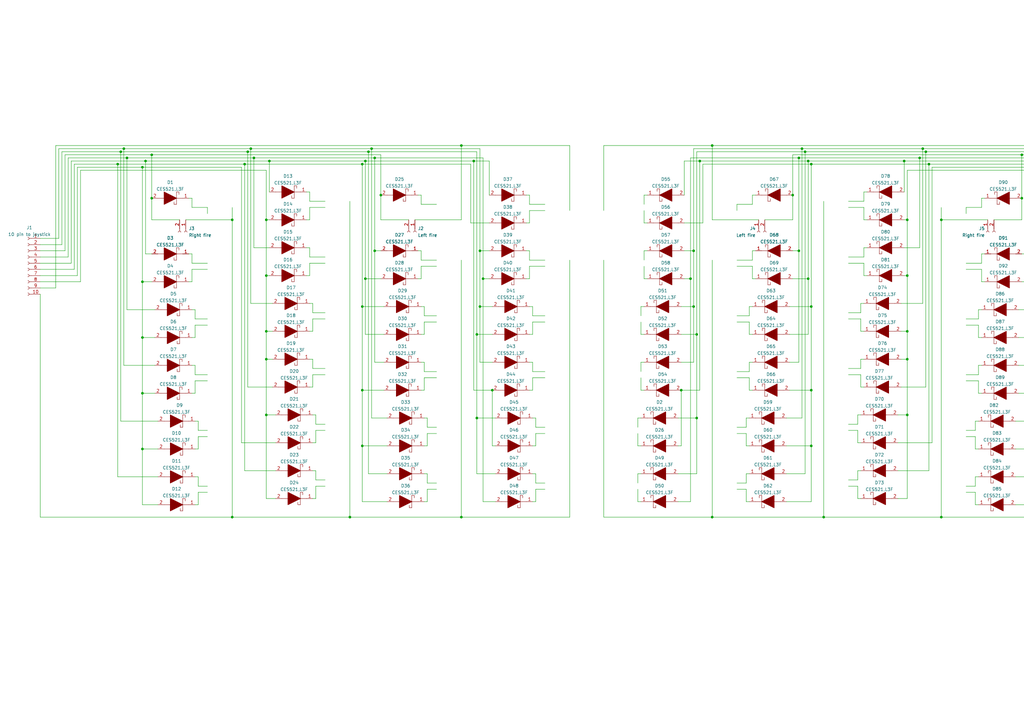
<source format=kicad_sch>
(kicad_sch (version 20211123) (generator eeschema)
  (paper "A3")
  (lib_symbols
    (symbol "Connector:Conn_01x02_Female" (pin_names (offset 1.016) hide)
      (property "Reference" "J" (at 0 2.54 0))
      (property "Value" "Conn_01x02_Female" (at 0 -5.08 0))
      (symbol "Conn_01x02_Female_1_1"
        (pin passive line (at -5.08 0 0) (length 3.81) (name "Pin_1") (number "1"))
        (pin passive line (at -5.08 -2.54 0) (length 3.81) (name "Pin_2") (number "2"))
      )
    )
    (symbol "Connector:Conn_01x10_Female" (pin_names (offset 1.016) hide)
      (property "Reference" "J" (at 0 12.7 0))
      (property "Value" "Conn_01x10_Female" (at 0 -15.24 0))
      (symbol "Conn_01x10_Female_1_1"
        (pin passive line (at -5.08 10.16 0) (length 3.81) (name "Pin_1") (number "1"))
        (pin passive line (at -5.08 -12.7 0) (length 3.81) (name "Pin_10") (number "10"))
        (pin passive line (at -5.08 7.62 0) (length 3.81) (name "Pin_2") (number "2"))
        (pin passive line (at -5.08 5.08 0) (length 3.81) (name "Pin_3") (number "3"))
        (pin passive line (at -5.08 2.54 0) (length 3.81) (name "Pin_4") (number "4"))
        (pin passive line (at -5.08 0 0) (length 3.81) (name "Pin_5") (number "5"))
        (pin passive line (at -5.08 -2.54 0) (length 3.81) (name "Pin_6") (number "6"))
        (pin passive line (at -5.08 -5.08 0) (length 3.81) (name "Pin_7") (number "7"))
        (pin passive line (at -5.08 -7.62 0) (length 3.81) (name "Pin_8") (number "8"))
        (pin passive line (at -5.08 -10.16 0) (length 3.81) (name "Pin_9") (number "9"))
      )
    )
    (symbol "SamaSys:CES521,L3F" (pin_names (offset 0.762))
      (property "Reference" "D" (at 12.7 8.89 0))
      (property "Value" "CES521,L3F" (at 12.7 6.35 0))
      (symbol "CES521,L3F_0_0"
        (pin passive line (at 2.54 0 0) (length 2.54) (name "~") (number "1"))
        (pin passive line (at 17.78 0 180) (length 2.54) (name "~") (number "2"))
      )
    )
  )
  (junction (at 372.11 170.18))
  (junction (at 195.58 171.45))
  (junction (at 327.66 102.87))
  (junction (at 195.58 137.16))
  (junction (at 284.48 125.73))
  (junction (at 109.22 135.89))
  (junction (at 332.74 67.31))
  (junction (at 143.51 212.09))
  (junction (at 148.59 160.02))
  (junction (at 189.23 59.69))
  (junction (at 285.75 137.16))
  (junction (at 58.42 115.57))
  (junction (at 419.1 81.28))
  (junction (at 422.91 68.58))
  (junction (at 433.07 67.31))
  (junction (at 201.93 160.02))
  (junction (at 49.53 62.23))
  (junction (at 62.23 63.5))
  (junction (at 422.91 138.43))
  (junction (at 100.33 67.31))
  (junction (at 429.26 64.77))
  (junction (at 430.53 60.96))
  (junction (at 109.22 113.03))
  (junction (at 52.07 64.77))
  (junction (at 386.08 90.17))
  (junction (at 331.47 114.3))
  (junction (at 101.6 62.23))
  (junction (at 330.2 62.23))
  (junction (at 58.42 184.15))
  (junction (at 292.1 212.09))
  (junction (at 378.46 60.96))
  (junction (at 421.64 66.04))
  (junction (at 372.11 135.89))
  (junction (at 58.42 68.58))
  (junction (at 285.75 171.45))
  (junction (at 327.66 64.77))
  (junction (at 287.02 66.04))
  (junction (at 419.1 63.5))
  (junction (at 422.91 184.15))
  (junction (at 50.8 60.96))
  (junction (at 283.21 114.3))
  (junction (at 422.91 115.57))
  (junction (at 196.85 125.73))
  (junction (at 198.12 114.3))
  (junction (at 372.11 90.17))
  (junction (at 59.69 66.04))
  (junction (at 149.86 66.04))
  (junction (at 325.12 80.01))
  (junction (at 109.22 90.17))
  (junction (at 48.26 67.31))
  (junction (at 156.21 80.01))
  (junction (at 372.11 113.03))
  (junction (at 153.67 102.87))
  (junction (at 151.13 62.23))
  (junction (at 386.08 212.09))
  (junction (at 148.59 125.73))
  (junction (at 284.48 102.87))
  (junction (at 332.74 125.73))
  (junction (at 379.73 62.23))
  (junction (at 152.4 60.96))
  (junction (at 95.25 212.09))
  (junction (at 148.59 67.31))
  (junction (at 331.47 66.04))
  (junction (at 189.23 212.09))
  (junction (at 381 67.31))
  (junction (at 194.31 66.04))
  (junction (at 58.42 161.29))
  (junction (at 62.23 81.28))
  (junction (at 328.93 60.96))
  (junction (at 58.42 138.43))
  (junction (at 149.86 114.3))
  (junction (at 102.87 60.96))
  (junction (at 109.22 170.18))
  (junction (at 153.67 64.77))
  (junction (at 292.1 59.69))
  (junction (at 279.4 160.02))
  (junction (at 109.22 147.32))
  (junction (at 95.25 90.17))
  (junction (at 372.11 147.32))
  (junction (at 196.85 102.87))
  (junction (at 337.82 212.09))
  (junction (at 148.59 182.88))
  (junction (at 370.84 66.04))
  (junction (at 377.19 64.77))
  (junction (at 431.8 62.23))
  (junction (at 104.14 64.77))
  (junction (at 332.74 160.02))
  (junction (at 332.74 182.88))
  (junction (at 422.91 161.29))
  (junction (at 110.49 66.04))
  (wire (pts (xy 372.11 69.85) (xy 372.11 90.17)))
  (wire (pts (xy 81.28 201.93) (xy 85.09 201.93)))
  (wire (pts (xy 284.48 125.73) (xy 279.4 125.73)))
  (wire (pts (xy 454.66 102.87) (xy 454.66 63.5)))
  (wire (pts (xy 328.93 60.96) (xy 284.48 60.96)))
  (wire (pts (xy 153.67 102.87) (xy 153.67 64.77)))
  (wire (pts (xy 264.16 137.16) (xy 262.89 137.16)))
  (wire (pts (xy 403.86 104.14) (xy 402.59 104.14)))
  (wire (pts (xy 102.87 60.96) (xy 152.4 60.96)))
  (wire (pts (xy 25.4 62.23) (xy 49.53 62.23)))
  (wire (pts (xy 402.59 161.29) (xy 401.32 161.29)))
  (wire (pts (xy 189.23 212.09) (xy 233.68 212.09)))
  (wire (pts (xy 175.26 200.66) (xy 179.07 200.66)))
  (wire (pts (xy 219.71 205.74) (xy 219.71 200.66)))
  (wire (pts (xy 156.21 63.5) (xy 156.21 80.01)))
  (wire (pts (xy 285.75 137.16) (xy 285.75 171.45)))
  (wire (pts (xy 129.54 176.53) (xy 133.35 176.53)))
  (wire (pts (xy 52.07 127) (xy 52.07 64.77)))
  (wire (pts (xy 217.17 125.73) (xy 218.44 125.73)))
  (wire (pts (xy 351.79 199.39) (xy 347.98 199.39)))
  (wire (pts (xy 218.44 160.02) (xy 218.44 154.94)))
  (wire (pts (xy 215.9 80.01) (xy 217.17 80.01)))
  (wire (pts (xy 158.75 171.45) (xy 152.4 171.45)))
  (wire (pts (xy 306.07 177.8) (xy 302.26 177.8)))
  (wire (pts (xy 219.71 198.12) (xy 223.52 198.12)))
  (wire (pts (xy 323.85 148.59) (xy 327.66 148.59)))
  (wire (pts (xy 85.09 85.09) (xy 85.09 87.63)))
  (wire (pts (xy 401.32 184.15) (xy 400.05 184.15)))
  (wire (pts (xy 196.85 148.59) (xy 196.85 125.73)))
  (wire (pts (xy 175.26 194.31) (xy 175.26 198.12)))
  (wire (pts (xy 128.27 135.89) (xy 128.27 130.81)))
  (wire (pts (xy 109.22 113.03) (xy 110.49 113.03)))
  (wire (pts (xy 262.89 171.45) (xy 261.62 171.45)))
  (wire (pts (xy 193.04 67.31) (xy 193.04 91.44)))
  (wire (pts (xy 16.51 110.49) (xy 30.48 110.49)))
  (wire (pts (xy 292.1 59.69) (xy 247.65 59.69)))
  (wire (pts (xy 279.4 148.59) (xy 284.48 148.59)))
  (wire (pts (xy 148.59 160.02) (xy 148.59 182.88)))
  (wire (pts (xy 431.8 172.72) (xy 431.8 62.23)))
  (wire (pts (xy 50.8 149.86) (xy 50.8 60.96)))
  (wire (pts (xy 288.29 91.44) (xy 280.67 91.44)))
  (wire (pts (xy 215.9 102.87) (xy 217.17 102.87)))
  (wire (pts (xy 201.93 160.02) (xy 194.31 160.02)))
  (wire (pts (xy 201.93 148.59) (xy 196.85 148.59)))
  (wire (pts (xy 127 124.46) (xy 128.27 124.46)))
  (wire (pts (xy 195.58 171.45) (xy 203.2 171.45)))
  (wire (pts (xy 354.33 135.89) (xy 353.06 135.89)))
  (wire (pts (xy 80.01 130.81) (xy 85.09 130.81)))
  (wire (pts (xy 173.99 125.73) (xy 173.99 129.54)))
  (wire (pts (xy 158.75 182.88) (xy 148.59 182.88)))
  (wire (pts (xy 77.47 115.57) (xy 78.74 115.57)))
  (wire (pts (xy 109.22 204.47) (xy 113.03 204.47)))
  (wire (pts (xy 189.23 106.68) (xy 189.23 212.09)))
  (wire (pts (xy 80.01 133.35) (xy 85.09 133.35)))
  (wire (pts (xy 402.59 127) (xy 401.32 127)))
  (wire (pts (xy 407.67 90.17) (xy 419.1 90.17)))
  (wire (pts (xy 175.26 198.12) (xy 179.07 198.12)))
  (wire (pts (xy 109.22 90.17) (xy 110.49 90.17)))
  (wire (pts (xy 247.65 106.68) (xy 247.65 212.09)))
  (wire (pts (xy 401.32 130.81) (xy 396.24 130.81)))
  (wire (pts (xy 233.68 59.69) (xy 233.68 86.36)))
  (wire (pts (xy 81.28 195.58) (xy 81.28 199.39)))
  (wire (pts (xy 217.17 83.82) (xy 223.52 83.82)))
  (wire (pts (xy 372.11 170.18) (xy 372.11 204.47)))
  (wire (pts (xy 400.05 184.15) (xy 400.05 179.07)))
  (wire (pts (xy 218.44 182.88) (xy 219.71 182.88)))
  (wire (pts (xy 284.48 60.96) (xy 284.48 102.87)))
  (wire (pts (xy 322.58 205.74) (xy 332.74 205.74)))
  (wire (pts (xy 157.48 137.16) (xy 149.86 137.16)))
  (wire (pts (xy 198.12 114.3) (xy 198.12 205.74)))
  (wire (pts (xy 431.8 62.23) (xy 379.73 62.23)))
  (wire (pts (xy 401.32 156.21) (xy 396.24 156.21)))
  (wire (pts (xy 27.94 64.77) (xy 52.07 64.77)))
  (wire (pts (xy 109.22 170.18) (xy 109.22 204.47)))
  (wire (pts (xy 143.51 212.09) (xy 189.23 212.09)))
  (wire (pts (xy 382.27 68.58) (xy 382.27 181.61)))
  (wire (pts (xy 27.94 105.41) (xy 27.94 64.77)))
  (wire (pts (xy 464.82 212.09) (xy 386.08 212.09)))
  (wire (pts (xy 149.86 66.04) (xy 194.31 66.04)))
  (wire (pts (xy 322.58 171.45) (xy 328.93 171.45)))
  (wire (pts (xy 261.62 182.88) (xy 261.62 177.8)))
  (wire (pts (xy 148.59 205.74) (xy 148.59 182.88)))
  (wire (pts (xy 151.13 62.23) (xy 195.58 62.23)))
  (wire (pts (xy 148.59 67.31) (xy 193.04 67.31)))
  (wire (pts (xy 59.69 104.14) (xy 59.69 66.04)))
  (wire (pts (xy 26.67 102.87) (xy 26.67 63.5)))
  (wire (pts (xy 156.21 102.87) (xy 153.67 102.87)))
  (wire (pts (xy 283.21 205.74) (xy 278.13 205.74)))
  (wire (pts (xy 401.32 195.58) (xy 400.05 195.58)))
  (wire (pts (xy 49.53 172.72) (xy 49.53 62.23)))
  (wire (pts (xy 422.91 161.29) (xy 422.91 184.15)))
  (wire (pts (xy 109.22 135.89) (xy 111.76 135.89)))
  (wire (pts (xy 128.27 181.61) (xy 129.54 181.61)))
  (wire (pts (xy 306.07 200.66) (xy 302.26 200.66)))
  (wire (pts (xy 264.16 80.01) (xy 264.16 83.82)))
  (wire (pts (xy 372.11 147.32) (xy 372.11 170.18)))
  (wire (pts (xy 285.75 62.23) (xy 285.75 137.16)))
  (wire (pts (xy 355.6 90.17) (xy 354.33 90.17)))
  (wire (pts (xy 99.06 181.61) (xy 113.03 181.61)))
  (wire (pts (xy 419.1 104.14) (xy 421.64 104.14)))
  (wire (pts (xy 153.67 148.59) (xy 153.67 102.87)))
  (wire (pts (xy 104.14 101.6) (xy 104.14 64.77)))
  (wire (pts (xy 355.6 101.6) (xy 354.33 101.6)))
  (wire (pts (xy 109.22 90.17) (xy 109.22 113.03)))
  (wire (pts (xy 99.06 68.58) (xy 99.06 181.61)))
  (wire (pts (xy 198.12 64.77) (xy 198.12 114.3)))
  (wire (pts (xy 157.48 160.02) (xy 148.59 160.02)))
  (wire (pts (xy 422.91 138.43) (xy 422.91 161.29)))
  (wire (pts (xy 370.84 66.04) (xy 370.84 78.74)))
  (wire (pts (xy 377.19 64.77) (xy 327.66 64.77)))
  (wire (pts (xy 351.79 170.18) (xy 351.79 173.99)))
  (wire (pts (xy 454.66 63.5) (xy 419.1 63.5)))
  (wire (pts (xy 449.58 68.58) (xy 422.91 68.58)))
  (wire (pts (xy 156.21 114.3) (xy 149.86 114.3)))
  (wire (pts (xy 302.26 83.82) (xy 302.26 86.36)))
  (wire (pts (xy 128.27 128.27) (xy 133.35 128.27)))
  (wire (pts (xy 381 67.31) (xy 332.74 67.31)))
  (wire (pts (xy 78.74 115.57) (xy 78.74 110.49)))
  (wire (pts (xy 16.51 107.95) (xy 29.21 107.95)))
  (wire (pts (xy 173.99 132.08) (xy 179.07 132.08)))
  (wire (pts (xy 128.27 124.46) (xy 128.27 128.27)))
  (wire (pts (xy 153.67 64.77) (xy 198.12 64.77)))
  (wire (pts (xy 62.23 104.14) (xy 59.69 104.14)))
  (wire (pts (xy 452.12 107.95) (xy 452.12 66.04)))
  (wire (pts (xy 81.28 179.07) (xy 85.09 179.07)))
  (wire (pts (xy 127 105.41) (xy 133.35 105.41)))
  (wire (pts (xy 33.02 69.85) (xy 109.22 69.85)))
  (wire (pts (xy 353.06 124.46) (xy 353.06 128.27)))
  (wire (pts (xy 422.91 161.29) (xy 417.83 161.29)))
  (wire (pts (xy 80.01 138.43) (xy 80.01 133.35)))
  (wire (pts (xy 129.54 193.04) (xy 129.54 196.85)))
  (wire (pts (xy 127 90.17) (xy 127 85.09)))
  (wire (pts (xy 100.33 193.04) (xy 100.33 67.31)))
  (wire (pts (xy 307.34 205.74) (xy 306.07 205.74)))
  (wire (pts (xy 386.08 90.17) (xy 386.08 212.09)))
  (wire (pts (xy 173.99 154.94) (xy 179.07 154.94)))
  (wire (pts (xy 370.84 101.6) (xy 377.19 101.6)))
  (wire (pts (xy 264.16 125.73) (xy 262.89 125.73)))
  (wire (pts (xy 80.01 172.72) (xy 81.28 172.72)))
  (wire (pts (xy 422.91 115.57) (xy 422.91 138.43)))
  (wire (pts (xy 306.07 198.12) (xy 302.26 198.12)))
  (wire (pts (xy 175.26 177.8) (xy 179.07 177.8)))
  (wire (pts (xy 402.59 104.14) (xy 402.59 107.95)))
  (wire (pts (xy 77.47 81.28) (xy 78.74 81.28)))
  (wire (pts (xy 464.82 113.03) (xy 449.58 113.03)))
  (wire (pts (xy 16.51 212.09) (xy 95.25 212.09)))
  (wire (pts (xy 372.11 170.18) (xy 368.3 170.18)))
  (wire (pts (xy 401.32 133.35) (xy 396.24 133.35)))
  (wire (pts (xy 80.01 161.29) (xy 80.01 156.21)))
  (wire (pts (xy 402.59 107.95) (xy 396.24 107.95)))
  (wire (pts (xy 400.05 201.93) (xy 396.24 201.93)))
  (wire (pts (xy 172.72 83.82) (xy 179.07 83.82)))
  (wire (pts (xy 172.72 148.59) (xy 173.99 148.59)))
  (wire (pts (xy 152.4 171.45) (xy 152.4 60.96)))
  (wire (pts (xy 330.2 194.31) (xy 330.2 62.23)))
  (wire (pts (xy 264.16 91.44) (xy 264.16 86.36)))
  (wire (pts (xy 129.54 199.39) (xy 133.35 199.39)))
  (wire (pts (xy 457.2 97.79) (xy 457.2 60.96)))
  (wire (pts (xy 48.26 195.58) (xy 48.26 67.31)))
  (wire (pts (xy 175.26 182.88) (xy 175.26 177.8)))
  (wire (pts (xy 379.73 62.23) (xy 330.2 62.23)))
  (wire (pts (xy 217.17 86.36) (xy 223.52 86.36)))
  (wire (pts (xy 458.47 118.11) (xy 458.47 59.69)))
  (wire (pts (xy 262.89 137.16) (xy 262.89 132.08)))
  (wire (pts (xy 331.47 66.04) (xy 331.47 114.3)))
  (wire (pts (xy 306.07 175.26) (xy 302.26 175.26)))
  (wire (pts (xy 58.42 161.29) (xy 58.42 184.15)))
  (wire (pts (xy 196.85 60.96) (xy 196.85 102.87)))
  (wire (pts (xy 370.84 66.04) (xy 331.47 66.04)))
  (wire (pts (xy 309.88 114.3) (xy 308.61 114.3)))
  (wire (pts (xy 307.34 125.73) (xy 307.34 129.54)))
  (wire (pts (xy 262.89 182.88) (xy 261.62 182.88)))
  (wire (pts (xy 353.06 135.89) (xy 353.06 130.81)))
  (wire (pts (xy 81.28 199.39) (xy 85.09 199.39)))
  (wire (pts (xy 354.33 158.75) (xy 353.06 158.75)))
  (wire (pts (xy 355.6 78.74) (xy 354.33 78.74)))
  (wire (pts (xy 58.42 68.58) (xy 99.06 68.58)))
  (wire (pts (xy 16.51 115.57) (xy 33.02 115.57)))
  (wire (pts (xy 100.33 67.31) (xy 148.59 67.31)))
  (wire (pts (xy 173.99 205.74) (xy 175.26 205.74)))
  (wire (pts (xy 354.33 90.17) (xy 354.33 85.09)))
  (wire (pts (xy 377.19 101.6) (xy 377.19 64.77)))
  (wire (pts (xy 386.08 85.09) (xy 386.08 90.17)))
  (wire (pts (xy 175.26 205.74) (xy 175.26 200.66)))
  (wire (pts (xy 58.42 161.29) (xy 63.5 161.29)))
  (wire (pts (xy 95.25 90.17) (xy 95.25 212.09)))
  (wire (pts (xy 448.31 115.57) (xy 448.31 69.85)))
  (wire (pts (xy 280.67 66.04) (xy 280.67 80.01)))
  (wire (pts (xy 31.75 68.58) (xy 58.42 68.58)))
  (wire (pts (xy 171.45 114.3) (xy 172.72 114.3)))
  (wire (pts (xy 354.33 85.09) (xy 347.98 85.09)))
  (wire (pts (xy 421.64 66.04) (xy 370.84 66.04)))
  (wire (pts (xy 81.28 172.72) (xy 81.28 176.53)))
  (wire (pts (xy 173.99 152.4) (xy 179.07 152.4)))
  (wire (pts (xy 284.48 148.59) (xy 284.48 125.73)))
  (wire (pts (xy 128.27 204.47) (xy 129.54 204.47)))
  (wire (pts (xy 332.74 125.73) (xy 332.74 67.31)))
  (wire (pts (xy 16.51 105.41) (xy 27.94 105.41)))
  (wire (pts (xy 400.05 176.53) (xy 396.24 176.53)))
  (wire (pts (xy 353.06 147.32) (xy 353.06 151.13)))
  (wire (pts (xy 262.89 194.31) (xy 261.62 194.31)))
  (wire (pts (xy 156.21 90.17) (xy 156.21 80.01)))
  (wire (pts (xy 382.27 181.61) (xy 368.3 181.61)))
  (wire (pts (xy 127 113.03) (xy 127 107.95)))
  (wire (pts (xy 400.05 207.01) (xy 400.05 201.93)))
  (wire (pts (xy 422.91 68.58) (xy 382.27 68.58)))
  (wire (pts (xy 158.75 205.74) (xy 148.59 205.74)))
  (wire (pts (xy 308.61 125.73) (xy 307.34 125.73)))
  (wire (pts (xy 265.43 91.44) (xy 264.16 91.44)))
  (wire (pts (xy 401.32 127) (xy 401.32 130.81)))
  (wire (pts (xy 353.06 193.04) (xy 351.79 193.04)))
  (wire (pts (xy 80.01 195.58) (xy 81.28 195.58)))
  (wire (pts (xy 219.71 177.8) (xy 223.52 177.8)))
  (wire (pts (xy 110.49 66.04) (xy 110.49 78.74)))
  (wire (pts (xy 292.1 212.09) (xy 247.65 212.09)))
  (wire (pts (xy 64.77 195.58) (xy 48.26 195.58)))
  (wire (pts (xy 308.61 114.3) (xy 308.61 109.22)))
  (wire (pts (xy 453.39 105.41) (xy 453.39 64.77)))
  (wire (pts (xy 402.59 138.43) (xy 401.32 138.43)))
  (wire (pts (xy 429.26 64.77) (xy 377.19 64.77)))
  (wire (pts (xy 464.82 100.33) (xy 455.93 100.33)))
  (wire (pts (xy 203.2 194.31) (xy 195.58 194.31)))
  (wire (pts (xy 464.82 118.11) (xy 458.47 118.11)))
  (wire (pts (xy 58.42 184.15) (xy 64.77 184.15)))
  (wire (pts (xy 170.18 90.17) (xy 189.23 90.17)))
  (wire (pts (xy 279.4 160.02) (xy 287.02 160.02)))
  (wire (pts (xy 307.34 137.16) (xy 307.34 132.08)))
  (wire (pts (xy 80.01 149.86) (xy 80.01 153.67)))
  (wire (pts (xy 129.54 181.61) (xy 129.54 176.53)))
  (wire (pts (xy 307.34 129.54) (xy 302.26 129.54)))
  (wire (pts (xy 457.2 60.96) (xy 430.53 60.96)))
  (wire (pts (xy 378.46 124.46) (xy 378.46 60.96)))
  (wire (pts (xy 262.89 205.74) (xy 261.62 205.74)))
  (wire (pts (xy 421.64 104.14) (xy 421.64 66.04)))
  (wire (pts (xy 52.07 64.77) (xy 104.14 64.77)))
  (wire (pts (xy 195.58 137.16) (xy 195.58 171.45)))
  (wire (pts (xy 306.07 182.88) (xy 306.07 177.8)))
  (wire (pts (xy 262.89 125.73) (xy 262.89 129.54)))
  (wire (pts (xy 325.12 63.5) (xy 325.12 80.01)))
  (wire (pts (xy 127 82.55) (xy 133.35 82.55)))
  (wire (pts (xy 25.4 100.33) (xy 25.4 62.23)))
  (wire (pts (xy 264.16 114.3) (xy 264.16 109.22)))
  (wire (pts (xy 81.28 207.01) (xy 81.28 201.93)))
  (wire (pts (xy 328.93 171.45) (xy 328.93 60.96)))
  (wire (pts (xy 16.51 102.87) (xy 26.67 102.87)))
  (wire (pts (xy 332.74 205.74) (xy 332.74 182.88)))
  (wire (pts (xy 354.33 107.95) (xy 347.98 107.95)))
  (wire (pts (xy 218.44 194.31) (xy 219.71 194.31)))
  (wire (pts (xy 198.12 114.3) (xy 200.66 114.3)))
  (wire (pts (xy 218.44 154.94) (xy 223.52 154.94)))
  (wire (pts (xy 80.01 184.15) (xy 81.28 184.15)))
  (wire (pts (xy 24.13 60.96) (xy 50.8 60.96)))
  (wire (pts (xy 401.32 161.29) (xy 401.32 156.21)))
  (wire (pts (xy 313.69 90.17) (xy 325.12 90.17)))
  (wire (pts (xy 109.22 170.18) (xy 113.03 170.18)))
  (wire (pts (xy 113.03 193.04) (xy 100.33 193.04)))
  (wire (pts (xy 109.22 69.85) (xy 109.22 90.17)))
  (wire (pts (xy 307.34 160.02) (xy 307.34 154.94)))
  (wire (pts (xy 78.74 110.49) (xy 85.09 110.49)))
  (wire (pts (xy 78.74 149.86) (xy 80.01 149.86)))
  (wire (pts (xy 307.34 194.31) (xy 306.07 194.31)))
  (wire (pts (xy 405.13 90.17) (xy 386.08 90.17)))
  (wire (pts (xy 354.33 147.32) (xy 353.06 147.32)))
  (wire (pts (xy 369.57 158.75) (xy 379.73 158.75)))
  (wire (pts (xy 203.2 182.88) (xy 201.93 182.88)))
  (wire (pts (xy 196.85 125.73) (xy 196.85 102.87)))
  (wire (pts (xy 430.53 60.96) (xy 378.46 60.96)))
  (wire (pts (xy 325.12 90.17) (xy 325.12 80.01)))
  (wire (pts (xy 265.43 114.3) (xy 264.16 114.3)))
  (wire (pts (xy 173.99 137.16) (xy 173.99 132.08)))
  (wire (pts (xy 264.16 160.02) (xy 262.89 160.02)))
  (wire (pts (xy 452.12 66.04) (xy 421.64 66.04)))
  (wire (pts (xy 148.59 125.73) (xy 148.59 160.02)))
  (wire (pts (xy 33.02 115.57) (xy 33.02 69.85)))
  (wire (pts (xy 430.53 149.86) (xy 430.53 60.96)))
  (wire (pts (xy 48.26 67.31) (xy 100.33 67.31)))
  (wire (pts (xy 307.34 182.88) (xy 306.07 182.88)))
  (wire (pts (xy 353.06 170.18) (xy 351.79 170.18)))
  (wire (pts (xy 62.23 63.5) (xy 156.21 63.5)))
  (wire (pts (xy 157.48 125.73) (xy 148.59 125.73)))
  (wire (pts (xy 218.44 137.16) (xy 218.44 132.08)))
  (wire (pts (xy 218.44 148.59) (xy 218.44 152.4)))
  (wire (pts (xy 16.51 118.11) (xy 22.86 118.11)))
  (wire (pts (xy 95.25 85.09) (xy 95.25 90.17)))
  (wire (pts (xy 125.73 90.17) (xy 127 90.17)))
  (wire (pts (xy 128.27 130.81) (xy 133.35 130.81)))
  (wire (pts (xy 332.74 67.31) (xy 288.29 67.31)))
  (wire (pts (xy 201.93 182.88) (xy 201.93 160.02)))
  (wire (pts (xy 172.72 114.3) (xy 172.72 109.22)))
  (wire (pts (xy 173.99 182.88) (xy 175.26 182.88)))
  (wire (pts (xy 78.74 127) (xy 80.01 127)))
  (wire (pts (xy 217.17 106.68) (xy 223.52 106.68)))
  (wire (pts (xy 292.1 59.69) (xy 292.1 90.17)))
  (wire (pts (xy 402.59 85.09) (xy 396.24 85.09)))
  (wire (pts (xy 464.82 212.09) (xy 464.82 120.65)))
  (wire (pts (xy 464.82 97.79) (xy 457.2 97.79)))
  (wire (pts (xy 78.74 138.43) (xy 80.01 138.43)))
  (wire (pts (xy 80.01 207.01) (xy 81.28 207.01)))
  (wire (pts (xy 264.16 102.87) (xy 264.16 106.68)))
  (wire (pts (xy 195.58 171.45) (xy 195.58 194.31)))
  (wire (pts (xy 265.43 102.87) (xy 264.16 102.87)))
  (wire (pts (xy 419.1 63.5) (xy 325.12 63.5)))
  (wire (pts (xy 194.31 160.02) (xy 194.31 66.04)))
  (wire (pts (xy 351.79 204.47) (xy 351.79 199.39)))
  (wire (pts (xy 196.85 102.87) (xy 200.66 102.87)))
  (wire (pts (xy 433.07 195.58) (xy 433.07 67.31)))
  (wire (pts (xy 95.25 212.09) (xy 143.51 212.09)))
  (wire (pts (xy 218.44 132.08) (xy 223.52 132.08)))
  (wire (pts (xy 217.17 102.87) (xy 217.17 106.68)))
  (wire (pts (xy 175.26 175.26) (xy 179.07 175.26)))
  (wire (pts (xy 172.72 137.16) (xy 173.99 137.16)))
  (wire (pts (xy 22.86 118.11) (xy 22.86 59.69)))
  (wire (pts (xy 458.47 59.69) (xy 292.1 59.69)))
  (wire (pts (xy 78.74 107.95) (xy 85.09 107.95)))
  (wire (pts (xy 76.2 90.17) (xy 95.25 90.17)))
  (wire (pts (xy 58.42 138.43) (xy 63.5 138.43)))
  (wire (pts (xy 78.74 104.14) (xy 78.74 107.95)))
  (wire (pts (xy 110.49 101.6) (xy 104.14 101.6)))
  (wire (pts (xy 325.12 102.87) (xy 327.66 102.87)))
  (wire (pts (xy 109.22 135.89) (xy 109.22 147.32)))
  (wire (pts (xy 58.42 115.57) (xy 62.23 115.57)))
  (wire (pts (xy 355.6 113.03) (xy 354.33 113.03)))
  (wire (pts (xy 323.85 137.16) (xy 331.47 137.16)))
  (wire (pts (xy 129.54 204.47) (xy 129.54 199.39)))
  (wire (pts (xy 354.33 82.55) (xy 347.98 82.55)))
  (wire (pts (xy 353.06 181.61) (xy 351.79 181.61)))
  (wire (pts (xy 73.66 90.17) (xy 62.23 90.17)))
  (wire (pts (xy 217.17 148.59) (xy 218.44 148.59)))
  (wire (pts (xy 127 85.09) (xy 133.35 85.09)))
  (wire (pts (xy 62.23 90.17) (xy 62.23 81.28)))
  (wire (pts (xy 64.77 172.72) (xy 49.53 172.72)))
  (wire (pts (xy 218.44 205.74) (xy 219.71 205.74)))
  (wire (pts (xy 372.11 147.32) (xy 369.57 147.32)))
  (wire (pts (xy 279.4 182.88) (xy 279.4 160.02)))
  (wire (pts (xy 448.31 69.85) (xy 372.11 69.85)))
  (wire (pts (xy 354.33 101.6) (xy 354.33 105.41)))
  (wire (pts (xy 172.72 106.68) (xy 179.07 106.68)))
  (wire (pts (xy 288.29 67.31) (xy 288.29 91.44)))
  (wire (pts (xy 400.05 179.07) (xy 396.24 179.07)))
  (wire (pts (xy 171.45 80.01) (xy 172.72 80.01)))
  (wire (pts (xy 215.9 91.44) (xy 217.17 91.44)))
  (wire (pts (xy 287.02 66.04) (xy 280.67 66.04)))
  (wire (pts (xy 323.85 125.73) (xy 332.74 125.73)))
  (wire (pts (xy 284.48 102.87) (xy 280.67 102.87)))
  (wire (pts (xy 193.04 91.44) (xy 200.66 91.44)))
  (wire (pts (xy 264.16 148.59) (xy 262.89 148.59)))
  (wire (pts (xy 381 193.04) (xy 381 67.31)))
  (wire (pts (xy 219.71 175.26) (xy 223.52 175.26)))
  (wire (pts (xy 285.75 137.16) (xy 279.4 137.16)))
  (wire (pts (xy 283.21 114.3) (xy 283.21 205.74)))
  (wire (pts (xy 81.28 184.15) (xy 81.28 179.07)))
  (wire (pts (xy 419.1 63.5) (xy 419.1 81.28)))
  (wire (pts (xy 50.8 60.96) (xy 102.87 60.96)))
  (wire (pts (xy 49.53 62.23) (xy 101.6 62.23)))
  (wire (pts (xy 58.42 68.58) (xy 58.42 115.57)))
  (wire (pts (xy 386.08 212.09) (xy 337.82 212.09)))
  (wire (pts (xy 449.58 113.03) (xy 449.58 68.58)))
  (wire (pts (xy 265.43 80.01) (xy 264.16 80.01)))
  (wire (pts (xy 158.75 194.31) (xy 151.13 194.31)))
  (wire (pts (xy 173.99 129.54) (xy 179.07 129.54)))
  (wire (pts (xy 149.86 66.04) (xy 149.86 114.3)))
  (wire (pts (xy 261.62 171.45) (xy 261.62 175.26)))
  (wire (pts (xy 419.1 90.17) (xy 419.1 81.28)))
  (wire (pts (xy 372.11 204.47) (xy 368.3 204.47)))
  (wire (pts (xy 402.59 149.86) (xy 401.32 149.86)))
  (wire (pts (xy 219.71 182.88) (xy 219.71 177.8)))
  (wire (pts (xy 175.26 171.45) (xy 175.26 175.26)))
  (wire (pts (xy 403.86 115.57) (xy 402.59 115.57)))
  (wire (pts (xy 172.72 160.02) (xy 173.99 160.02)))
  (wire (pts (xy 22.86 59.69) (xy 189.23 59.69)))
  (wire (pts (xy 127 101.6) (xy 127 105.41)))
  (wire (pts (xy 111.76 158.75) (xy 101.6 158.75)))
  (wire (pts (xy 283.21 64.77) (xy 283.21 114.3)))
  (wire (pts (xy 403.86 81.28) (xy 402.59 81.28)))
  (wire (pts (xy 307.34 154.94) (xy 302.26 154.94)))
  (wire (pts (xy 215.9 114.3) (xy 217.17 114.3)))
  (wire (pts (xy 327.66 102.87) (xy 327.66 64.77)))
  (wire (pts (xy 306.07 171.45) (xy 306.07 175.26)))
  (wire (pts (xy 331.47 137.16) (xy 331.47 114.3)))
  (wire (pts (xy 200.66 66.04) (xy 200.66 80.01)))
  (wire (pts (xy 233.68 106.68) (xy 233.68 212.09)))
  (wire (pts (xy 128.27 193.04) (xy 129.54 193.04)))
  (wire (pts (xy 195.58 137.16) (xy 201.93 137.16)))
  (wire (pts (xy 127 135.89) (xy 128.27 135.89)))
  (wire (pts (xy 78.74 81.28) (xy 78.74 85.09)))
  (wire (pts (xy 308.61 148.59) (xy 307.34 148.59)))
  (wire (pts (xy 217.17 160.02) (xy 218.44 160.02)))
  (wire (pts (xy 422.91 115.57) (xy 419.1 115.57)))
  (wire (pts (xy 110.49 66.04) (xy 149.86 66.04)))
  (wire (pts (xy 128.27 151.13) (xy 133.35 151.13)))
  (wire (pts (xy 172.72 102.87) (xy 172.72 106.68)))
  (wire (pts (xy 464.82 105.41) (xy 453.39 105.41)))
  (wire (pts (xy 16.51 97.79) (xy 24.13 97.79)))
  (wire (pts (xy 353.06 153.67) (xy 347.98 153.67)))
  (wire (pts (xy 198.12 205.74) (xy 203.2 205.74)))
  (wire (pts (xy 455.93 100.33) (xy 455.93 62.23)))
  (wire (pts (xy 322.58 182.88) (xy 332.74 182.88)))
  (wire (pts (xy 379.73 158.75) (xy 379.73 62.23)))
  (wire (pts (xy 128.27 158.75) (xy 128.27 153.67)))
  (wire (pts (xy 262.89 148.59) (xy 262.89 152.4)))
  (wire (pts (xy 311.15 90.17) (xy 292.1 90.17)))
  (wire (pts (xy 400.05 172.72) (xy 400.05 176.53)))
  (wire (pts (xy 127 147.32) (xy 128.27 147.32)))
  (wire (pts (xy 308.61 102.87) (xy 308.61 106.68)))
  (wire (pts (xy 111.76 124.46) (xy 102.87 124.46)))
  (wire (pts (xy 125.73 101.6) (xy 127 101.6)))
  (wire (pts (xy 402.59 115.57) (xy 402.59 110.49)))
  (wire (pts (xy 78.74 85.09) (xy 85.09 85.09)))
  (wire (pts (xy 16.51 100.33) (xy 25.4 100.33)))
  (wire (pts (xy 157.48 148.59) (xy 153.67 148.59)))
  (wire (pts (xy 218.44 152.4) (xy 223.52 152.4)))
  (wire (pts (xy 417.83 149.86) (xy 430.53 149.86)))
  (wire (pts (xy 127 107.95) (xy 133.35 107.95)))
  (wire (pts (xy 422.91 68.58) (xy 422.91 115.57)))
  (wire (pts (xy 171.45 102.87) (xy 172.72 102.87)))
  (wire (pts (xy 104.14 64.77) (xy 153.67 64.77)))
  (wire (pts (xy 261.62 205.74) (xy 261.62 200.66)))
  (wire (pts (xy 151.13 194.31) (xy 151.13 62.23)))
  (wire (pts (xy 433.07 67.31) (xy 381 67.31)))
  (wire (pts (xy 400.05 195.58) (xy 400.05 199.39)))
  (wire (pts (xy 308.61 160.02) (xy 307.34 160.02)))
  (wire (pts (xy 189.23 59.69) (xy 189.23 90.17)))
  (wire (pts (xy 218.44 129.54) (xy 223.52 129.54)))
  (wire (pts (xy 416.56 195.58) (xy 433.07 195.58)))
  (wire (pts (xy 372.11 90.17) (xy 372.11 113.03)))
  (wire (pts (xy 308.61 109.22) (xy 302.26 109.22)))
  (wire (pts (xy 173.99 171.45) (xy 175.26 171.45)))
  (wire (pts (xy 351.79 181.61) (xy 351.79 176.53)))
  (wire (pts (xy 422.91 138.43) (xy 417.83 138.43)))
  (wire (pts (xy 401.32 138.43) (xy 401.32 133.35)))
  (wire (pts (xy 80.01 153.67) (xy 85.09 153.67)))
  (wire (pts (xy 351.79 193.04) (xy 351.79 196.85)))
  (wire (pts (xy 217.17 80.01) (xy 217.17 83.82)))
  (wire (pts (xy 354.33 113.03) (xy 354.33 107.95)))
  (wire (pts (xy 173.99 160.02) (xy 173.99 154.94)))
  (wire (pts (xy 63.5 149.86) (xy 50.8 149.86)))
  (wire (pts (xy 353.06 158.75) (xy 353.06 153.67)))
  (wire (pts (xy 332.74 125.73) (xy 332.74 160.02)))
  (wire (pts (xy 309.88 80.01) (xy 308.61 80.01)))
  (wire (pts (xy 307.34 132.08) (xy 302.26 132.08)))
  (wire (pts (xy 354.33 124.46) (xy 353.06 124.46)))
  (wire (pts (xy 278.13 182.88) (xy 279.4 182.88)))
  (wire (pts (xy 189.23 59.69) (xy 233.68 59.69)))
  (wire (pts (xy 81.28 176.53) (xy 85.09 176.53)))
  (wire (pts (xy 247.65 59.69) (xy 247.65 86.36)))
  (wire (pts (xy 195.58 62.23) (xy 195.58 137.16)))
  (wire (pts (xy 262.89 160.02) (xy 262.89 154.94)))
  (wire (pts (xy 217.17 109.22) (xy 223.52 109.22)))
  (wire (pts (xy 402.59 81.28) (xy 402.59 85.09)))
  (wire (pts (xy 77.47 104.14) (xy 78.74 104.14)))
  (wire (pts (xy 337.82 212.09) (xy 292.1 212.09)))
  (wire (pts (xy 109.22 147.32) (xy 109.22 170.18)))
  (wire (pts (xy 422.91 207.01) (xy 422.91 184.15)))
  (wire (pts (xy 64.77 207.01) (xy 58.42 207.01)))
  (wire (pts (xy 372.11 113.03) (xy 370.84 113.03)))
  (wire (pts (xy 351.79 173.99) (xy 347.98 173.99)))
  (wire (pts (xy 401.32 172.72) (xy 400.05 172.72)))
  (wire (pts (xy 450.85 110.49) (xy 450.85 67.31)))
  (wire (pts (xy 149.86 137.16) (xy 149.86 114.3)))
  (wire (pts (xy 284.48 125.73) (xy 284.48 102.87)))
  (wire (pts (xy 261.62 194.31) (xy 261.62 198.12)))
  (wire (pts (xy 30.48 110.49) (xy 30.48 67.31)))
  (wire (pts (xy 16.51 212.09) (xy 16.51 120.65)))
  (wire (pts (xy 278.13 194.31) (xy 285.75 194.31)))
  (wire (pts (xy 369.57 124.46) (xy 378.46 124.46)))
  (wire (pts (xy 308.61 137.16) (xy 307.34 137.16)))
  (wire (pts (xy 354.33 78.74) (xy 354.33 82.55)))
  (wire (pts (xy 152.4 60.96) (xy 196.85 60.96)))
  (wire (pts (xy 58.42 115.57) (xy 58.42 138.43)))
  (wire (pts (xy 143.51 82.55) (xy 143.51 212.09)))
  (wire (pts (xy 129.54 196.85) (xy 133.35 196.85)))
  (wire (pts (xy 401.32 207.01) (xy 400.05 207.01)))
  (wire (pts (xy 219.71 200.66) (xy 223.52 200.66)))
  (wire (pts (xy 372.11 90.17) (xy 370.84 90.17)))
  (wire (pts (xy 307.34 171.45) (xy 306.07 171.45)))
  (wire (pts (xy 368.3 193.04) (xy 381 193.04)))
  (wire (pts (xy 129.54 173.99) (xy 133.35 173.99)))
  (wire (pts (xy 101.6 62.23) (xy 151.13 62.23)))
  (wire (pts (xy 331.47 66.04) (xy 287.02 66.04)))
  (wire (pts (xy 80.01 156.21) (xy 85.09 156.21)))
  (wire (pts (xy 402.59 110.49) (xy 396.24 110.49)))
  (wire (pts (xy 450.85 67.31) (xy 433.07 67.31)))
  (wire (pts (xy 417.83 127) (xy 429.26 127)))
  (wire (pts (xy 372.11 135.89) (xy 369.57 135.89)))
  (wire (pts (xy 325.12 114.3) (xy 331.47 114.3)))
  (wire (pts (xy 354.33 105.41) (xy 347.98 105.41)))
  (wire (pts (xy 306.07 194.31) (xy 306.07 198.12)))
  (wire (pts (xy 167.64 90.17) (xy 156.21 90.17)))
  (wire (pts (xy 173.99 148.59) (xy 173.99 152.4)))
  (wire (pts (xy 219.71 171.45) (xy 219.71 175.26)))
  (wire (pts (xy 109.22 147.32) (xy 111.76 147.32)))
  (wire (pts (xy 323.85 160.02) (xy 332.74 160.02)))
  (wire (pts (xy 31.75 113.03) (xy 31.75 68.58)))
  (wire (pts (xy 401.32 149.86) (xy 401.32 153.67)))
  (wire (pts (xy 218.44 171.45) (xy 219.71 171.45)))
  (wire (pts (xy 217.17 137.16) (xy 218.44 137.16)))
  (wire (pts (xy 429.26 127) (xy 429.26 64.77)))
  (wire (pts (xy 219.71 194.31) (xy 219.71 198.12)))
  (wire (pts (xy 62.23 63.5) (xy 62.23 81.28)))
  (wire (pts (xy 307.34 148.59) (xy 307.34 152.4)))
  (wire (pts (xy 372.11 113.03) (xy 372.11 135.89)))
  (wire (pts (xy 308.61 106.68) (xy 302.26 106.68)))
  (wire (pts (xy 372.11 135.89) (xy 372.11 147.32)))
  (wire (pts (xy 129.54 170.18) (xy 129.54 173.99)))
  (wire (pts (xy 416.56 172.72) (xy 431.8 172.72)))
  (wire (pts (xy 306.07 205.74) (xy 306.07 200.66)))
  (wire (pts (xy 464.82 107.95) (xy 452.12 107.95)))
  (wire (pts (xy 29.21 107.95) (xy 29.21 66.04)))
  (wire (pts (xy 148.59 125.73) (xy 148.59 67.31)))
  (wire (pts (xy 109.22 113.03) (xy 109.22 135.89)))
  (wire (pts (xy 128.27 153.67) (xy 133.35 153.67)))
  (wire (pts (xy 353.06 128.27) (xy 347.98 128.27)))
  (wire (pts (xy 464.82 110.49) (xy 450.85 110.49)))
  (wire (pts (xy 194.31 66.04) (xy 200.66 66.04)))
  (wire (pts (xy 327.66 148.59) (xy 327.66 102.87)))
  (wire (pts (xy 172.72 109.22) (xy 179.07 109.22)))
  (wire (pts (xy 351.79 176.53) (xy 347.98 176.53)))
  (wire (pts (xy 16.51 113.03) (xy 31.75 113.03)))
  (wire (pts (xy 173.99 194.31) (xy 175.26 194.31)))
  (wire (pts (xy 127 158.75) (xy 128.27 158.75)))
  (wire (pts (xy 128.27 170.18) (xy 129.54 170.18)))
  (wire (pts (xy 453.39 64.77) (xy 429.26 64.77)))
  (wire (pts (xy 217.17 91.44) (xy 217.17 86.36)))
  (wire (pts (xy 58.42 207.01) (xy 58.42 184.15)))
  (wire (pts (xy 285.75 171.45) (xy 278.13 171.45)))
  (wire (pts (xy 287.02 160.02) (xy 287.02 66.04)))
  (wire (pts (xy 416.56 207.01) (xy 422.91 207.01)))
  (wire (pts (xy 332.74 160.02) (xy 332.74 182.88)))
  (wire (pts (xy 30.48 67.31) (xy 48.26 67.31)))
  (wire (pts (xy 196.85 125.73) (xy 201.93 125.73)))
  (wire (pts (xy 292.1 106.68) (xy 292.1 212.09)))
  (wire (pts (xy 455.93 62.23) (xy 431.8 62.23)))
  (wire (pts (xy 322.58 194.31) (xy 330.2 194.31)))
  (wire (pts (xy 59.69 66.04) (xy 110.49 66.04)))
  (wire (pts (xy 80.01 127) (xy 80.01 130.81)))
  (wire (pts (xy 78.74 161.29) (xy 80.01 161.29)))
  (wire (pts (xy 125.73 78.74) (xy 127 78.74)))
  (wire (pts (xy 217.17 114.3) (xy 217.17 109.22)))
  (wire (pts (xy 102.87 124.46) (xy 102.87 60.96)))
  (wire (pts (xy 353.06 151.13) (xy 347.98 151.13)))
  (wire (pts (xy 400.05 199.39) (xy 396.24 199.39)))
  (wire (pts (xy 172.72 80.01) (xy 172.72 83.82)))
  (wire (pts (xy 351.79 196.85) (xy 347.98 196.85)))
  (wire (pts (xy 327.66 64.77) (xy 283.21 64.77)))
  (wire (pts (xy 353.06 204.47) (xy 351.79 204.47)))
  (wire (pts (xy 422.91 184.15) (xy 416.56 184.15)))
  (wire (pts (xy 308.61 80.01) (xy 308.61 83.82)))
  (wire (pts (xy 29.21 66.04) (xy 59.69 66.04)))
  (wire (pts (xy 308.61 83.82) (xy 302.26 83.82)))
  (wire (pts (xy 396.24 85.09) (xy 396.24 87.63)))
  (wire (pts (xy 63.5 127) (xy 52.07 127)))
  (wire (pts (xy 58.42 138.43) (xy 58.42 161.29)))
  (wire (pts (xy 101.6 158.75) (xy 101.6 62.23)))
  (wire (pts (xy 283.21 114.3) (xy 280.67 114.3)))
  (wire (pts (xy 26.67 63.5) (xy 62.23 63.5)))
  (wire (pts (xy 172.72 125.73) (xy 173.99 125.73)))
  (wire (pts (xy 125.73 113.03) (xy 127 113.03)))
  (wire (pts (xy 464.82 102.87) (xy 454.66 102.87)))
  (wire (pts (xy 337.82 82.55) (xy 337.82 212.09)))
  (wire (pts (xy 127 78.74) (xy 127 82.55)))
  (wire (pts (xy 285.75 171.45) (xy 285.75 194.31)))
  (wire (pts (xy 128.27 147.32) (xy 128.27 151.13)))
  (wire (pts (xy 218.44 125.73) (xy 218.44 129.54)))
  (wire (pts (xy 464.82 115.57) (xy 448.31 115.57)))
  (wire (pts (xy 353.06 130.81) (xy 347.98 130.81)))
  (wire (pts (xy 378.46 60.96) (xy 328.93 60.96)))
  (wire (pts (xy 307.34 152.4) (xy 302.26 152.4)))
  (wire (pts (xy 330.2 62.23) (xy 285.75 62.23)))
  (wire (pts (xy 401.32 153.67) (xy 396.24 153.67)))
  (wire (pts (xy 309.88 102.87) (xy 308.61 102.87)))
  (wire (pts (xy 24.13 97.79) (xy 24.13 60.96)))
  (symbol (lib_id "SamaSys:CES521,L3F") (at 261.62 148.59 0) (mirror x) (unit 1)
    (property "Reference" "D53" (at 271.78 142.0835 0))
    (property "Value" "CES521,L3F" (at 271.78 144.8586 0))
    (property "Footprint" "Diode_SMD:D_SOD-523" (effects hide))
    (property "Datasheet" "http://toshiba.semicon-storage.com/info/docget.jsp?did=7054&prodName=CES521" (effects hide))
    (property "Description" "Schottky Diodes & Rectifiers SM Sig Schotky Diode 30 VR 0.2A 1 Circuit" (effects hide))
    (property "Height" "0.7" (effects hide))
    (property "Manufacturer_Name" "Toshiba" (effects hide))
    (property "Manufacturer_Part_Number" "CES521,L3F" (effects hide))
    (property "Mouser Part Number" "757-CES521L3F" (effects hide))
    (property "Mouser Price/Stock" "https://www.mouser.co.uk/ProductDetail/Toshiba/CES521L3F?qs=%252B8yZ8wZTKG4XxrwXbkAgcg%3D%3D" (effects hide))
    (property "Arrow Part Number" "CES521,L3F" (effects hide))
    (property "Arrow Price/Stock" "https://www.arrow.com/en/products/ces521l3f/toshiba?region=nac" (effects hide))
  )
  (symbol (lib_id "SamaSys:CES521,L3F") (at 130.81 181.61 180) (unit 1)
    (property "Reference" "D22" (at 120.65 175.1035 0))
    (property "Value" "CES521,L3F" (at 120.65 177.8786 0))
    (property "Footprint" "Diode_SMD:D_SOD-523" (effects hide))
    (property "Datasheet" "http://toshiba.semicon-storage.com/info/docget.jsp?did=7054&prodName=CES521" (effects hide))
    (property "Description" "Schottky Diodes & Rectifiers SM Sig Schotky Diode 30 VR 0.2A 1 Circuit" (effects hide))
    (property "Height" "0.7" (effects hide))
    (property "Manufacturer_Name" "Toshiba" (effects hide))
    (property "Manufacturer_Part_Number" "CES521,L3F" (effects hide))
    (property "Mouser Part Number" "757-CES521L3F" (effects hide))
    (property "Mouser Price/Stock" "https://www.mouser.co.uk/ProductDetail/Toshiba/CES521L3F?qs=%252B8yZ8wZTKG4XxrwXbkAgcg%3D%3D" (effects hide))
    (property "Arrow Part Number" "CES521,L3F" (effects hide))
    (property "Arrow Price/Stock" "https://www.arrow.com/en/products/ces521l3f/toshiba?region=nac" (effects hide))
  )
  (symbol (lib_id "SamaSys:CES521,L3F") (at 307.34 80.01 0) (mirror x) (unit 1)
    (property "Reference" "D67" (at 317.5 73.5035 0))
    (property "Value" "CES521,L3F" (at 317.5 76.2786 0))
    (property "Footprint" "Diode_SMD:D_SOD-523" (effects hide))
    (property "Datasheet" "http://toshiba.semicon-storage.com/info/docget.jsp?did=7054&prodName=CES521" (effects hide))
    (property "Description" "Schottky Diodes & Rectifiers SM Sig Schotky Diode 30 VR 0.2A 1 Circuit" (effects hide))
    (property "Height" "0.7" (effects hide))
    (property "Manufacturer_Name" "Toshiba" (effects hide))
    (property "Manufacturer_Part_Number" "CES521,L3F" (effects hide))
    (property "Mouser Part Number" "757-CES521L3F" (effects hide))
    (property "Mouser Price/Stock" "https://www.mouser.co.uk/ProductDetail/Toshiba/CES521L3F?qs=%252B8yZ8wZTKG4XxrwXbkAgcg%3D%3D" (effects hide))
    (property "Arrow Part Number" "CES521,L3F" (effects hide))
    (property "Arrow Price/Stock" "https://www.arrow.com/en/products/ces521l3f/toshiba?region=nac" (effects hide))
  )
  (symbol (lib_id "SamaSys:CES521,L3F") (at 175.26 125.73 180) (unit 1)
    (property "Reference" "D29" (at 165.1 119.2235 0))
    (property "Value" "CES521,L3F" (at 165.1 121.9986 0))
    (property "Footprint" "Diode_SMD:D_SOD-523" (effects hide))
    (property "Datasheet" "http://toshiba.semicon-storage.com/info/docget.jsp?did=7054&prodName=CES521" (effects hide))
    (property "Description" "Schottky Diodes & Rectifiers SM Sig Schotky Diode 30 VR 0.2A 1 Circuit" (effects hide))
    (property "Height" "0.7" (effects hide))
    (property "Manufacturer_Name" "Toshiba" (effects hide))
    (property "Manufacturer_Part_Number" "CES521,L3F" (effects hide))
    (property "Mouser Part Number" "757-CES521L3F" (effects hide))
    (property "Mouser Price/Stock" "https://www.mouser.co.uk/ProductDetail/Toshiba/CES521L3F?qs=%252B8yZ8wZTKG4XxrwXbkAgcg%3D%3D" (effects hide))
    (property "Arrow Part Number" "CES521,L3F" (effects hide))
    (property "Arrow Price/Stock" "https://www.arrow.com/en/products/ces521l3f/toshiba?region=nac" (effects hide))
  )
  (symbol (lib_id "SamaSys:CES521,L3F") (at 219.71 160.02 180) (unit 1)
    (property "Reference" "D44" (at 209.55 153.5135 0))
    (property "Value" "CES521,L3F" (at 209.55 156.2886 0))
    (property "Footprint" "Diode_SMD:D_SOD-523" (effects hide))
    (property "Datasheet" "http://toshiba.semicon-storage.com/info/docget.jsp?did=7054&prodName=CES521" (effects hide))
    (property "Description" "Schottky Diodes & Rectifiers SM Sig Schotky Diode 30 VR 0.2A 1 Circuit" (effects hide))
    (property "Height" "0.7" (effects hide))
    (property "Manufacturer_Name" "Toshiba" (effects hide))
    (property "Manufacturer_Part_Number" "CES521,L3F" (effects hide))
    (property "Mouser Part Number" "757-CES521L3F" (effects hide))
    (property "Mouser Price/Stock" "https://www.mouser.co.uk/ProductDetail/Toshiba/CES521L3F?qs=%252B8yZ8wZTKG4XxrwXbkAgcg%3D%3D" (effects hide))
    (property "Arrow Part Number" "CES521,L3F" (effects hide))
    (property "Arrow Price/Stock" "https://www.arrow.com/en/products/ces521l3f/toshiba?region=nac" (effects hide))
  )
  (symbol (lib_id "SamaSys:CES521,L3F") (at 353.06 78.74 0) (mirror x) (unit 1)
    (property "Reference" "D78" (at 363.22 72.2335 0))
    (property "Value" "CES521,L3F" (at 363.22 75.0086 0))
    (property "Footprint" "Diode_SMD:D_SOD-523" (effects hide))
    (property "Datasheet" "http://toshiba.semicon-storage.com/info/docget.jsp?did=7054&prodName=CES521" (effects hide))
    (property "Description" "Schottky Diodes & Rectifiers SM Sig Schotky Diode 30 VR 0.2A 1 Circuit" (effects hide))
    (property "Height" "0.7" (effects hide))
    (property "Manufacturer_Name" "Toshiba" (effects hide))
    (property "Manufacturer_Part_Number" "CES521,L3F" (effects hide))
    (property "Mouser Part Number" "757-CES521L3F" (effects hide))
    (property "Mouser Price/Stock" "https://www.mouser.co.uk/ProductDetail/Toshiba/CES521L3F?qs=%252B8yZ8wZTKG4XxrwXbkAgcg%3D%3D" (effects hide))
    (property "Arrow Part Number" "CES521,L3F" (effects hide))
    (property "Arrow Price/Stock" "https://www.arrow.com/en/products/ces521l3f/toshiba?region=nac" (effects hide))
  )
  (symbol (lib_id "SamaSys:CES521,L3F") (at 260.35 194.31 0) (mirror x) (unit 1)
    (property "Reference" "D49" (at 270.51 187.8035 0))
    (property "Value" "CES521,L3F" (at 270.51 190.5786 0))
    (property "Footprint" "Diode_SMD:D_SOD-523" (effects hide))
    (property "Datasheet" "http://toshiba.semicon-storage.com/info/docget.jsp?did=7054&prodName=CES521" (effects hide))
    (property "Description" "Schottky Diodes & Rectifiers SM Sig Schotky Diode 30 VR 0.2A 1 Circuit" (effects hide))
    (property "Height" "0.7" (effects hide))
    (property "Manufacturer_Name" "Toshiba" (effects hide))
    (property "Manufacturer_Part_Number" "CES521,L3F" (effects hide))
    (property "Mouser Part Number" "757-CES521L3F" (effects hide))
    (property "Mouser Price/Stock" "https://www.mouser.co.uk/ProductDetail/Toshiba/CES521L3F?qs=%252B8yZ8wZTKG4XxrwXbkAgcg%3D%3D" (effects hide))
    (property "Arrow Part Number" "CES521,L3F" (effects hide))
    (property "Arrow Price/Stock" "https://www.arrow.com/en/products/ces521l3f/toshiba?region=nac" (effects hide))
  )
  (symbol (lib_id "SamaSys:CES521,L3F") (at 400.05 127 0) (mirror x) (unit 1)
    (property "Reference" "D86" (at 410.21 120.4935 0))
    (property "Value" "CES521,L3F" (at 410.21 123.2686 0))
    (property "Footprint" "Diode_SMD:D_SOD-523" (effects hide))
    (property "Datasheet" "http://toshiba.semicon-storage.com/info/docget.jsp?did=7054&prodName=CES521" (effects hide))
    (property "Description" "Schottky Diodes & Rectifiers SM Sig Schotky Diode 30 VR 0.2A 1 Circuit" (effects hide))
    (property "Height" "0.7" (effects hide))
    (property "Manufacturer_Name" "Toshiba" (effects hide))
    (property "Manufacturer_Part_Number" "CES521,L3F" (effects hide))
    (property "Mouser Part Number" "757-CES521L3F" (effects hide))
    (property "Mouser Price/Stock" "https://www.mouser.co.uk/ProductDetail/Toshiba/CES521L3F?qs=%252B8yZ8wZTKG4XxrwXbkAgcg%3D%3D" (effects hide))
    (property "Arrow Part Number" "CES521,L3F" (effects hide))
    (property "Arrow Price/Stock" "https://www.arrow.com/en/products/ces521l3f/toshiba?region=nac" (effects hide))
  )
  (symbol (lib_id "SamaSys:CES521,L3F") (at 128.27 101.6 180) (unit 1)
    (property "Reference" "D15" (at 118.11 95.0935 0))
    (property "Value" "CES521,L3F" (at 118.11 97.8686 0))
    (property "Footprint" "Diode_SMD:D_SOD-523" (effects hide))
    (property "Datasheet" "http://toshiba.semicon-storage.com/info/docget.jsp?did=7054&prodName=CES521" (effects hide))
    (property "Description" "Schottky Diodes & Rectifiers SM Sig Schotky Diode 30 VR 0.2A 1 Circuit" (effects hide))
    (property "Height" "0.7" (effects hide))
    (property "Manufacturer_Name" "Toshiba" (effects hide))
    (property "Manufacturer_Part_Number" "CES521,L3F" (effects hide))
    (property "Mouser Part Number" "757-CES521L3F" (effects hide))
    (property "Mouser Price/Stock" "https://www.mouser.co.uk/ProductDetail/Toshiba/CES521L3F?qs=%252B8yZ8wZTKG4XxrwXbkAgcg%3D%3D" (effects hide))
    (property "Arrow Part Number" "CES521,L3F" (effects hide))
    (property "Arrow Price/Stock" "https://www.arrow.com/en/products/ces521l3f/toshiba?region=nac" (effects hide))
  )
  (symbol (lib_id "SamaSys:CES521,L3F") (at 398.78 184.15 0) (mirror x) (unit 1)
    (property "Reference" "D83" (at 408.94 177.6435 0))
    (property "Value" "CES521,L3F" (at 408.94 180.4186 0))
    (property "Footprint" "Diode_SMD:D_SOD-523" (effects hide))
    (property "Datasheet" "http://toshiba.semicon-storage.com/info/docget.jsp?did=7054&prodName=CES521" (effects hide))
    (property "Description" "Schottky Diodes & Rectifiers SM Sig Schotky Diode 30 VR 0.2A 1 Circuit" (effects hide))
    (property "Height" "0.7" (effects hide))
    (property "Manufacturer_Name" "Toshiba" (effects hide))
    (property "Manufacturer_Part_Number" "CES521,L3F" (effects hide))
    (property "Mouser Part Number" "757-CES521L3F" (effects hide))
    (property "Mouser Price/Stock" "https://www.mouser.co.uk/ProductDetail/Toshiba/CES521L3F?qs=%252B8yZ8wZTKG4XxrwXbkAgcg%3D%3D" (effects hide))
    (property "Arrow Part Number" "CES521,L3F" (effects hide))
    (property "Arrow Price/Stock" "https://www.arrow.com/en/products/ces521l3f/toshiba?region=nac" (effects hide))
  )
  (symbol (lib_id "SamaSys:CES521,L3F") (at 218.44 91.44 180) (unit 1)
    (property "Reference" "D38" (at 208.28 84.9335 0))
    (property "Value" "CES521,L3F" (at 208.28 87.7086 0))
    (property "Footprint" "Diode_SMD:D_SOD-523" (effects hide))
    (property "Datasheet" "http://toshiba.semicon-storage.com/info/docget.jsp?did=7054&prodName=CES521" (effects hide))
    (property "Description" "Schottky Diodes & Rectifiers SM Sig Schotky Diode 30 VR 0.2A 1 Circuit" (effects hide))
    (property "Height" "0.7" (effects hide))
    (property "Manufacturer_Name" "Toshiba" (effects hide))
    (property "Manufacturer_Part_Number" "CES521,L3F" (effects hide))
    (property "Mouser Part Number" "757-CES521L3F" (effects hide))
    (property "Mouser Price/Stock" "https://www.mouser.co.uk/ProductDetail/Toshiba/CES521L3F?qs=%252B8yZ8wZTKG4XxrwXbkAgcg%3D%3D" (effects hide))
    (property "Arrow Part Number" "CES521,L3F" (effects hide))
    (property "Arrow Price/Stock" "https://www.arrow.com/en/products/ces521l3f/toshiba?region=nac" (effects hide))
  )
  (symbol (lib_id "SamaSys:CES521,L3F") (at 306.07 148.59 0) (mirror x) (unit 1)
    (property "Reference" "D65" (at 316.23 142.0835 0))
    (property "Value" "CES521,L3F" (at 316.23 144.8586 0))
    (property "Footprint" "Diode_SMD:D_SOD-523" (effects hide))
    (property "Datasheet" "http://toshiba.semicon-storage.com/info/docget.jsp?did=7054&prodName=CES521" (effects hide))
    (property "Description" "Schottky Diodes & Rectifiers SM Sig Schotky Diode 30 VR 0.2A 1 Circuit" (effects hide))
    (property "Height" "0.7" (effects hide))
    (property "Manufacturer_Name" "Toshiba" (effects hide))
    (property "Manufacturer_Part_Number" "CES521,L3F" (effects hide))
    (property "Mouser Part Number" "757-CES521L3F" (effects hide))
    (property "Mouser Price/Stock" "https://www.mouser.co.uk/ProductDetail/Toshiba/CES521L3F?qs=%252B8yZ8wZTKG4XxrwXbkAgcg%3D%3D" (effects hide))
    (property "Arrow Part Number" "CES521,L3F" (effects hide))
    (property "Arrow Price/Stock" "https://www.arrow.com/en/products/ces521l3f/toshiba?region=nac" (effects hide))
  )
  (symbol (lib_id "SamaSys:CES521,L3F") (at 80.01 115.57 180) (unit 1)
    (property "Reference" "D4" (at 69.85 109.0635 0))
    (property "Value" "CES521,L3F" (at 69.85 111.8386 0))
    (property "Footprint" "Diode_SMD:D_SOD-523" (effects hide))
    (property "Datasheet" "http://toshiba.semicon-storage.com/info/docget.jsp?did=7054&prodName=CES521" (effects hide))
    (property "Description" "Schottky Diodes & Rectifiers SM Sig Schotky Diode 30 VR 0.2A 1 Circuit" (effects hide))
    (property "Height" "0.7" (effects hide))
    (property "Manufacturer_Name" "Toshiba" (effects hide))
    (property "Manufacturer_Part_Number" "CES521,L3F" (effects hide))
    (property "Mouser Part Number" "757-CES521L3F" (effects hide))
    (property "Mouser Price/Stock" "https://www.mouser.co.uk/ProductDetail/Toshiba/CES521L3F?qs=%252B8yZ8wZTKG4XxrwXbkAgcg%3D%3D" (effects hide))
    (property "Arrow Part Number" "CES521,L3F" (effects hide))
    (property "Arrow Price/Stock" "https://www.arrow.com/en/products/ces521l3f/toshiba?region=nac" (effects hide))
  )
  (symbol (lib_id "SamaSys:CES521,L3F") (at 351.79 135.89 0) (mirror x) (unit 1)
    (property "Reference" "D75" (at 361.95 129.3835 0))
    (property "Value" "CES521,L3F" (at 361.95 132.1586 0))
    (property "Footprint" "Diode_SMD:D_SOD-523" (effects hide))
    (property "Datasheet" "http://toshiba.semicon-storage.com/info/docget.jsp?did=7054&prodName=CES521" (effects hide))
    (property "Description" "Schottky Diodes & Rectifiers SM Sig Schotky Diode 30 VR 0.2A 1 Circuit" (effects hide))
    (property "Height" "0.7" (effects hide))
    (property "Manufacturer_Name" "Toshiba" (effects hide))
    (property "Manufacturer_Part_Number" "CES521,L3F" (effects hide))
    (property "Mouser Part Number" "757-CES521L3F" (effects hide))
    (property "Mouser Price/Stock" "https://www.mouser.co.uk/ProductDetail/Toshiba/CES521L3F?qs=%252B8yZ8wZTKG4XxrwXbkAgcg%3D%3D" (effects hide))
    (property "Arrow Part Number" "CES521,L3F" (effects hide))
    (property "Arrow Price/Stock" "https://www.arrow.com/en/products/ces521l3f/toshiba?region=nac" (effects hide))
  )
  (symbol (lib_id "SamaSys:CES521,L3F") (at 176.53 194.31 180) (unit 1)
    (property "Reference" "D35" (at 166.37 187.8035 0))
    (property "Value" "CES521,L3F" (at 166.37 190.5786 0))
    (property "Footprint" "Diode_SMD:D_SOD-523" (effects hide))
    (property "Datasheet" "http://toshiba.semicon-storage.com/info/docget.jsp?did=7054&prodName=CES521" (effects hide))
    (property "Description" "Schottky Diodes & Rectifiers SM Sig Schotky Diode 30 VR 0.2A 1 Circuit" (effects hide))
    (property "Height" "0.7" (effects hide))
    (property "Manufacturer_Name" "Toshiba" (effects hide))
    (property "Manufacturer_Part_Number" "CES521,L3F" (effects hide))
    (property "Mouser Part Number" "757-CES521L3F" (effects hide))
    (property "Mouser Price/Stock" "https://www.mouser.co.uk/ProductDetail/Toshiba/CES521L3F?qs=%252B8yZ8wZTKG4XxrwXbkAgcg%3D%3D" (effects hide))
    (property "Arrow Part Number" "CES521,L3F" (effects hide))
    (property "Arrow Price/Stock" "https://www.arrow.com/en/products/ces521l3f/toshiba?region=nac" (effects hide))
  )
  (symbol (lib_id "SamaSys:CES521,L3F") (at 130.81 193.04 180) (unit 1)
    (property "Reference" "D23" (at 120.65 186.5335 0))
    (property "Value" "CES521,L3F" (at 120.65 189.3086 0))
    (property "Footprint" "Diode_SMD:D_SOD-523" (effects hide))
    (property "Datasheet" "http://toshiba.semicon-storage.com/info/docget.jsp?did=7054&prodName=CES521" (effects hide))
    (property "Description" "Schottky Diodes & Rectifiers SM Sig Schotky Diode 30 VR 0.2A 1 Circuit" (effects hide))
    (property "Height" "0.7" (effects hide))
    (property "Manufacturer_Name" "Toshiba" (effects hide))
    (property "Manufacturer_Part_Number" "CES521,L3F" (effects hide))
    (property "Mouser Part Number" "757-CES521L3F" (effects hide))
    (property "Mouser Price/Stock" "https://www.mouser.co.uk/ProductDetail/Toshiba/CES521L3F?qs=%252B8yZ8wZTKG4XxrwXbkAgcg%3D%3D" (effects hide))
    (property "Arrow Part Number" "CES521,L3F" (effects hide))
    (property "Arrow Price/Stock" "https://www.arrow.com/en/products/ces521l3f/toshiba?region=nac" (effects hide))
  )
  (symbol (lib_id "SamaSys:CES521,L3F") (at 401.32 81.28 0) (mirror x) (unit 1)
    (property "Reference" "D90" (at 411.48 74.7735 0))
    (property "Value" "CES521,L3F" (at 411.48 77.5486 0))
    (property "Footprint" "Diode_SMD:D_SOD-523" (effects hide))
    (property "Datasheet" "http://toshiba.semicon-storage.com/info/docget.jsp?did=7054&prodName=CES521" (effects hide))
    (property "Description" "Schottky Diodes & Rectifiers SM Sig Schotky Diode 30 VR 0.2A 1 Circuit" (effects hide))
    (property "Height" "0.7" (effects hide))
    (property "Manufacturer_Name" "Toshiba" (effects hide))
    (property "Manufacturer_Part_Number" "CES521,L3F" (effects hide))
    (property "Mouser Part Number" "757-CES521L3F" (effects hide))
    (property "Mouser Price/Stock" "https://www.mouser.co.uk/ProductDetail/Toshiba/CES521L3F?qs=%252B8yZ8wZTKG4XxrwXbkAgcg%3D%3D" (effects hide))
    (property "Arrow Part Number" "CES521,L3F" (effects hide))
    (property "Arrow Price/Stock" "https://www.arrow.com/en/products/ces521l3f/toshiba?region=nac" (effects hide))
  )
  (symbol (lib_id "SamaSys:CES521,L3F") (at 260.35 171.45 0) (mirror x) (unit 1)
    (property "Reference" "D2" (at 270.51 164.9435 0))
    (property "Value" "CES521,L3F" (at 270.51 167.7186 0))
    (property "Footprint" "Diode_SMD:D_SOD-523" (effects hide))
    (property "Datasheet" "http://toshiba.semicon-storage.com/info/docget.jsp?did=7054&prodName=CES521" (effects hide))
    (property "Description" "Schottky Diodes & Rectifiers SM Sig Schotky Diode 30 VR 0.2A 1 Circuit" (effects hide))
    (property "Height" "0.7" (effects hide))
    (property "Manufacturer_Name" "Toshiba" (effects hide))
    (property "Manufacturer_Part_Number" "CES521,L3F" (effects hide))
    (property "Mouser Part Number" "757-CES521L3F" (effects hide))
    (property "Mouser Price/Stock" "https://www.mouser.co.uk/ProductDetail/Toshiba/CES521L3F?qs=%252B8yZ8wZTKG4XxrwXbkAgcg%3D%3D" (effects hide))
    (property "Arrow Part Number" "CES521,L3F" (effects hide))
    (property "Arrow Price/Stock" "https://www.arrow.com/en/products/ces521l3f/toshiba?region=nac" (effects hide))
  )
  (symbol (lib_id "SamaSys:CES521,L3F") (at 306.07 160.02 0) (mirror x) (unit 1)
    (property "Reference" "D66" (at 316.23 153.5135 0))
    (property "Value" "CES521,L3F" (at 316.23 156.2886 0))
    (property "Footprint" "Diode_SMD:D_SOD-523" (effects hide))
    (property "Datasheet" "http://toshiba.semicon-storage.com/info/docget.jsp?did=7054&prodName=CES521" (effects hide))
    (property "Description" "Schottky Diodes & Rectifiers SM Sig Schotky Diode 30 VR 0.2A 1 Circuit" (effects hide))
    (property "Height" "0.7" (effects hide))
    (property "Manufacturer_Name" "Toshiba" (effects hide))
    (property "Manufacturer_Part_Number" "CES521,L3F" (effects hide))
    (property "Mouser Part Number" "757-CES521L3F" (effects hide))
    (property "Mouser Price/Stock" "https://www.mouser.co.uk/ProductDetail/Toshiba/CES521L3F?qs=%252B8yZ8wZTKG4XxrwXbkAgcg%3D%3D" (effects hide))
    (property "Arrow Part Number" "CES521,L3F" (effects hide))
    (property "Arrow Price/Stock" "https://www.arrow.com/en/products/ces521l3f/toshiba?region=nac" (effects hide))
  )
  (symbol (lib_id "SamaSys:CES521,L3F") (at 175.26 137.16 180) (unit 1)
    (property "Reference" "D30" (at 165.1 130.6535 0))
    (property "Value" "CES521,L3F" (at 165.1 133.4286 0))
    (property "Footprint" "Diode_SMD:D_SOD-523" (effects hide))
    (property "Datasheet" "http://toshiba.semicon-storage.com/info/docget.jsp?did=7054&prodName=CES521" (effects hide))
    (property "Description" "Schottky Diodes & Rectifiers SM Sig Schotky Diode 30 VR 0.2A 1 Circuit" (effects hide))
    (property "Height" "0.7" (effects hide))
    (property "Manufacturer_Name" "Toshiba" (effects hide))
    (property "Manufacturer_Part_Number" "CES521,L3F" (effects hide))
    (property "Mouser Part Number" "757-CES521L3F" (effects hide))
    (property "Mouser Price/Stock" "https://www.mouser.co.uk/ProductDetail/Toshiba/CES521L3F?qs=%252B8yZ8wZTKG4XxrwXbkAgcg%3D%3D" (effects hide))
    (property "Arrow Part Number" "CES521,L3F" (effects hide))
    (property "Arrow Price/Stock" "https://www.arrow.com/en/products/ces521l3f/toshiba?region=nac" (effects hide))
  )
  (symbol (lib_id "SamaSys:CES521,L3F") (at 304.8 205.74 0) (mirror x) (unit 1)
    (property "Reference" "D62" (at 314.96 199.2335 0))
    (property "Value" "CES521,L3F" (at 314.96 202.0086 0))
    (property "Footprint" "Diode_SMD:D_SOD-523" (effects hide))
    (property "Datasheet" "http://toshiba.semicon-storage.com/info/docget.jsp?did=7054&prodName=CES521" (effects hide))
    (property "Description" "Schottky Diodes & Rectifiers SM Sig Schotky Diode 30 VR 0.2A 1 Circuit" (effects hide))
    (property "Height" "0.7" (effects hide))
    (property "Manufacturer_Name" "Toshiba" (effects hide))
    (property "Manufacturer_Part_Number" "CES521,L3F" (effects hide))
    (property "Mouser Part Number" "757-CES521L3F" (effects hide))
    (property "Mouser Price/Stock" "https://www.mouser.co.uk/ProductDetail/Toshiba/CES521L3F?qs=%252B8yZ8wZTKG4XxrwXbkAgcg%3D%3D" (effects hide))
    (property "Arrow Part Number" "CES521,L3F" (effects hide))
    (property "Arrow Price/Stock" "https://www.arrow.com/en/products/ces521l3f/toshiba?region=nac" (effects hide))
  )
  (symbol (lib_id "SamaSys:CES521,L3F") (at 401.32 104.14 0) (mirror x) (unit 1)
    (property "Reference" "D91" (at 411.48 97.6335 0))
    (property "Value" "CES521,L3F" (at 411.48 100.4086 0))
    (property "Footprint" "Diode_SMD:D_SOD-523" (effects hide))
    (property "Datasheet" "http://toshiba.semicon-storage.com/info/docget.jsp?did=7054&prodName=CES521" (effects hide))
    (property "Description" "Schottky Diodes & Rectifiers SM Sig Schotky Diode 30 VR 0.2A 1 Circuit" (effects hide))
    (property "Height" "0.7" (effects hide))
    (property "Manufacturer_Name" "Toshiba" (effects hide))
    (property "Manufacturer_Part_Number" "CES521,L3F" (effects hide))
    (property "Mouser Part Number" "757-CES521L3F" (effects hide))
    (property "Mouser Price/Stock" "https://www.mouser.co.uk/ProductDetail/Toshiba/CES521L3F?qs=%252B8yZ8wZTKG4XxrwXbkAgcg%3D%3D" (effects hide))
    (property "Arrow Part Number" "CES521,L3F" (effects hide))
    (property "Arrow Price/Stock" "https://www.arrow.com/en/products/ces521l3f/toshiba?region=nac" (effects hide))
  )
  (symbol (lib_id "SamaSys:CES521,L3F") (at 82.55 207.01 180) (unit 1)
    (property "Reference" "D12" (at 72.39 200.5035 0))
    (property "Value" "CES521,L3F" (at 72.39 203.2786 0))
    (property "Footprint" "Diode_SMD:D_SOD-523" (effects hide))
    (property "Datasheet" "http://toshiba.semicon-storage.com/info/docget.jsp?did=7054&prodName=CES521" (effects hide))
    (property "Description" "Schottky Diodes & Rectifiers SM Sig Schotky Diode 30 VR 0.2A 1 Circuit" (effects hide))
    (property "Height" "0.7" (effects hide))
    (property "Manufacturer_Name" "Toshiba" (effects hide))
    (property "Manufacturer_Part_Number" "CES521,L3F" (effects hide))
    (property "Mouser Part Number" "757-CES521L3F" (effects hide))
    (property "Mouser Price/Stock" "https://www.mouser.co.uk/ProductDetail/Toshiba/CES521L3F?qs=%252B8yZ8wZTKG4XxrwXbkAgcg%3D%3D" (effects hide))
    (property "Arrow Part Number" "CES521,L3F" (effects hide))
    (property "Arrow Price/Stock" "https://www.arrow.com/en/products/ces521l3f/toshiba?region=nac" (effects hide))
  )
  (symbol (lib_id "SamaSys:CES521,L3F") (at 219.71 125.73 180) (unit 1)
    (property "Reference" "D41" (at 209.55 119.2235 0))
    (property "Value" "CES521,L3F" (at 209.55 121.9986 0))
    (property "Footprint" "Diode_SMD:D_SOD-523" (effects hide))
    (property "Datasheet" "http://toshiba.semicon-storage.com/info/docget.jsp?did=7054&prodName=CES521" (effects hide))
    (property "Description" "Schottky Diodes & Rectifiers SM Sig Schotky Diode 30 VR 0.2A 1 Circuit" (effects hide))
    (property "Height" "0.7" (effects hide))
    (property "Manufacturer_Name" "Toshiba" (effects hide))
    (property "Manufacturer_Part_Number" "CES521,L3F" (effects hide))
    (property "Mouser Part Number" "757-CES521L3F" (effects hide))
    (property "Mouser Price/Stock" "https://www.mouser.co.uk/ProductDetail/Toshiba/CES521L3F?qs=%252B8yZ8wZTKG4XxrwXbkAgcg%3D%3D" (effects hide))
    (property "Arrow Part Number" "CES521,L3F" (effects hide))
    (property "Arrow Price/Stock" "https://www.arrow.com/en/products/ces521l3f/toshiba?region=nac" (effects hide))
  )
  (symbol (lib_id "SamaSys:CES521,L3F") (at 350.52 204.47 0) (mirror x) (unit 1)
    (property "Reference" "D73" (at 360.68 197.9635 0))
    (property "Value" "CES521,L3F" (at 360.68 200.7386 0))
    (property "Footprint" "Diode_SMD:D_SOD-523" (effects hide))
    (property "Datasheet" "http://toshiba.semicon-storage.com/info/docget.jsp?did=7054&prodName=CES521" (effects hide))
    (property "Description" "Schottky Diodes & Rectifiers SM Sig Schotky Diode 30 VR 0.2A 1 Circuit" (effects hide))
    (property "Height" "0.7" (effects hide))
    (property "Manufacturer_Name" "Toshiba" (effects hide))
    (property "Manufacturer_Part_Number" "CES521,L3F" (effects hide))
    (property "Mouser Part Number" "757-CES521L3F" (effects hide))
    (property "Mouser Price/Stock" "https://www.mouser.co.uk/ProductDetail/Toshiba/CES521L3F?qs=%252B8yZ8wZTKG4XxrwXbkAgcg%3D%3D" (effects hide))
    (property "Arrow Part Number" "CES521,L3F" (effects hide))
    (property "Arrow Price/Stock" "https://www.arrow.com/en/products/ces521l3f/toshiba?region=nac" (effects hide))
  )
  (symbol (lib_id "SamaSys:CES521,L3F") (at 218.44 114.3 180) (unit 1)
    (property "Reference" "D40" (at 208.28 107.7935 0))
    (property "Value" "CES521,L3F" (at 208.28 110.5686 0))
    (property "Footprint" "Diode_SMD:D_SOD-523" (effects hide))
    (property "Datasheet" "http://toshiba.semicon-storage.com/info/docget.jsp?did=7054&prodName=CES521" (effects hide))
    (property "Description" "Schottky Diodes & Rectifiers SM Sig Schotky Diode 30 VR 0.2A 1 Circuit" (effects hide))
    (property "Height" "0.7" (effects hide))
    (property "Manufacturer_Name" "Toshiba" (effects hide))
    (property "Manufacturer_Part_Number" "CES521,L3F" (effects hide))
    (property "Mouser Part Number" "757-CES521L3F" (effects hide))
    (property "Mouser Price/Stock" "https://www.mouser.co.uk/ProductDetail/Toshiba/CES521L3F?qs=%252B8yZ8wZTKG4XxrwXbkAgcg%3D%3D" (effects hide))
    (property "Arrow Part Number" "CES521,L3F" (effects hide))
    (property "Arrow Price/Stock" "https://www.arrow.com/en/products/ces521l3f/toshiba?region=nac" (effects hide))
  )
  (symbol (lib_id "Connector:Conn_01x02_Female") (at 76.2 95.25 270) (unit 1)
    (property "Reference" "J3" (at 77.4192 93.7065 90) (effects (justify left)))
    (property "Value" "Right fire" (at 77.4192 96.4816 90) (effects (justify left)))
    (property "Footprint" "Connector_PinHeader_2.54mm:PinHeader_1x02_P2.54mm_Vertical" (effects hide))
  )
  (symbol (lib_id "Connector:Conn_01x02_Female") (at 405.13 95.25 90) (mirror x) (unit 1)
    (property "Reference" "J5" (at 403.9108 93.7065 90) (effects (justify left)))
    (property "Value" "Right fire" (at 403.9108 96.4816 90) (effects (justify left)))
    (property "Footprint" "Connector_PinHeader_2.54mm:PinHeader_1x02_P2.54mm_Vertical" (effects hide))
  )
  (symbol (lib_id "SamaSys:CES521,L3F") (at 80.01 81.28 180) (unit 1)
    (property "Reference" "D1" (at 69.85 74.7735 0))
    (property "Value" "CES521,L3F" (at 69.85 77.5486 0))
    (property "Footprint" "Diode_SMD:D_SOD-523" (effects hide))
    (property "Datasheet" "http://toshiba.semicon-storage.com/info/docget.jsp?did=7054&prodName=CES521" (effects hide))
    (property "Description" "Schottky Diodes & Rectifiers SM Sig Schotky Diode 30 VR 0.2A 1 Circuit" (effects hide))
    (property "Height" "0.7" (effects hide))
    (property "Manufacturer_Name" "Toshiba" (effects hide))
    (property "Manufacturer_Part_Number" "CES521,L3F" (effects hide))
    (property "Mouser Part Number" "757-CES521L3F" (effects hide))
    (property "Mouser Price/Stock" "https://www.mouser.co.uk/ProductDetail/Toshiba/CES521L3F?qs=%252B8yZ8wZTKG4XxrwXbkAgcg%3D%3D" (effects hide))
    (property "Arrow Part Number" "CES521,L3F" (effects hide))
    (property "Arrow Price/Stock" "https://www.arrow.com/en/products/ces521l3f/toshiba?region=nac" (effects hide))
  )
  (symbol (lib_id "SamaSys:CES521,L3F") (at 304.8 171.45 0) (mirror x) (unit 1)
    (property "Reference" "D59" (at 314.96 164.9435 0))
    (property "Value" "CES521,L3F" (at 314.96 167.7186 0))
    (property "Footprint" "Diode_SMD:D_SOD-523" (effects hide))
    (property "Datasheet" "http://toshiba.semicon-storage.com/info/docget.jsp?did=7054&prodName=CES521" (effects hide))
    (property "Description" "Schottky Diodes & Rectifiers SM Sig Schotky Diode 30 VR 0.2A 1 Circuit" (effects hide))
    (property "Height" "0.7" (effects hide))
    (property "Manufacturer_Name" "Toshiba" (effects hide))
    (property "Manufacturer_Part_Number" "CES521,L3F" (effects hide))
    (property "Mouser Part Number" "757-CES521L3F" (effects hide))
    (property "Mouser Price/Stock" "https://www.mouser.co.uk/ProductDetail/Toshiba/CES521L3F?qs=%252B8yZ8wZTKG4XxrwXbkAgcg%3D%3D" (effects hide))
    (property "Arrow Part Number" "CES521,L3F" (effects hide))
    (property "Arrow Price/Stock" "https://www.arrow.com/en/products/ces521l3f/toshiba?region=nac" (effects hide))
  )
  (symbol (lib_id "SamaSys:CES521,L3F") (at 176.53 171.45 180) (unit 1)
    (property "Reference" "D33" (at 166.37 164.9435 0))
    (property "Value" "CES521,L3F" (at 166.37 167.7186 0))
    (property "Footprint" "Diode_SMD:D_SOD-523" (effects hide))
    (property "Datasheet" "http://toshiba.semicon-storage.com/info/docget.jsp?did=7054&prodName=CES521" (effects hide))
    (property "Description" "Schottky Diodes & Rectifiers SM Sig Schotky Diode 30 VR 0.2A 1 Circuit" (effects hide))
    (property "Height" "0.7" (effects hide))
    (property "Manufacturer_Name" "Toshiba" (effects hide))
    (property "Manufacturer_Part_Number" "CES521,L3F" (effects hide))
    (property "Mouser Part Number" "757-CES521L3F" (effects hide))
    (property "Mouser Price/Stock" "https://www.mouser.co.uk/ProductDetail/Toshiba/CES521L3F?qs=%252B8yZ8wZTKG4XxrwXbkAgcg%3D%3D" (effects hide))
    (property "Arrow Part Number" "CES521,L3F" (effects hide))
    (property "Arrow Price/Stock" "https://www.arrow.com/en/products/ces521l3f/toshiba?region=nac" (effects hide))
  )
  (symbol (lib_id "SamaSys:CES521,L3F") (at 260.35 205.74 0) (mirror x) (unit 1)
    (property "Reference" "D50" (at 270.51 199.2335 0))
    (property "Value" "CES521,L3F" (at 270.51 202.0086 0))
    (property "Footprint" "Diode_SMD:D_SOD-523" (effects hide))
    (property "Datasheet" "http://toshiba.semicon-storage.com/info/docget.jsp?did=7054&prodName=CES521" (effects hide))
    (property "Description" "Schottky Diodes & Rectifiers SM Sig Schotky Diode 30 VR 0.2A 1 Circuit" (effects hide))
    (property "Height" "0.7" (effects hide))
    (property "Manufacturer_Name" "Toshiba" (effects hide))
    (property "Manufacturer_Part_Number" "CES521,L3F" (effects hide))
    (property "Mouser Part Number" "757-CES521L3F" (effects hide))
    (property "Mouser Price/Stock" "https://www.mouser.co.uk/ProductDetail/Toshiba/CES521L3F?qs=%252B8yZ8wZTKG4XxrwXbkAgcg%3D%3D" (effects hide))
    (property "Arrow Part Number" "CES521,L3F" (effects hide))
    (property "Arrow Price/Stock" "https://www.arrow.com/en/products/ces521l3f/toshiba?region=nac" (effects hide))
  )
  (symbol (lib_id "SamaSys:CES521,L3F") (at 262.89 80.01 0) (mirror x) (unit 1)
    (property "Reference" "D55" (at 273.05 73.5035 0))
    (property "Value" "CES521,L3F" (at 273.05 76.2786 0))
    (property "Footprint" "Diode_SMD:D_SOD-523" (effects hide))
    (property "Datasheet" "http://toshiba.semicon-storage.com/info/docget.jsp?did=7054&prodName=CES521" (effects hide))
    (property "Description" "Schottky Diodes & Rectifiers SM Sig Schotky Diode 30 VR 0.2A 1 Circuit" (effects hide))
    (property "Height" "0.7" (effects hide))
    (property "Manufacturer_Name" "Toshiba" (effects hide))
    (property "Manufacturer_Part_Number" "CES521,L3F" (effects hide))
    (property "Mouser Part Number" "757-CES521L3F" (effects hide))
    (property "Mouser Price/Stock" "https://www.mouser.co.uk/ProductDetail/Toshiba/CES521L3F?qs=%252B8yZ8wZTKG4XxrwXbkAgcg%3D%3D" (effects hide))
    (property "Arrow Part Number" "CES521,L3F" (effects hide))
    (property "Arrow Price/Stock" "https://www.arrow.com/en/products/ces521l3f/toshiba?region=nac" (effects hide))
  )
  (symbol (lib_id "SamaSys:CES521,L3F") (at 400.05 161.29 0) (mirror x) (unit 1)
    (property "Reference" "D89" (at 410.21 154.7835 0))
    (property "Value" "CES521,L3F" (at 410.21 157.5586 0))
    (property "Footprint" "Diode_SMD:D_SOD-523" (effects hide))
    (property "Datasheet" "http://toshiba.semicon-storage.com/info/docget.jsp?did=7054&prodName=CES521" (effects hide))
    (property "Description" "Schottky Diodes & Rectifiers SM Sig Schotky Diode 30 VR 0.2A 1 Circuit" (effects hide))
    (property "Height" "0.7" (effects hide))
    (property "Manufacturer_Name" "Toshiba" (effects hide))
    (property "Manufacturer_Part_Number" "CES521,L3F" (effects hide))
    (property "Mouser Part Number" "757-CES521L3F" (effects hide))
    (property "Mouser Price/Stock" "https://www.mouser.co.uk/ProductDetail/Toshiba/CES521L3F?qs=%252B8yZ8wZTKG4XxrwXbkAgcg%3D%3D" (effects hide))
    (property "Arrow Part Number" "CES521,L3F" (effects hide))
    (property "Arrow Price/Stock" "https://www.arrow.com/en/products/ces521l3f/toshiba?region=nac" (effects hide))
  )
  (symbol (lib_id "SamaSys:CES521,L3F") (at 219.71 137.16 180) (unit 1)
    (property "Reference" "D42" (at 209.55 130.6535 0))
    (property "Value" "CES521,L3F" (at 209.55 133.4286 0))
    (property "Footprint" "Diode_SMD:D_SOD-523" (effects hide))
    (property "Datasheet" "http://toshiba.semicon-storage.com/info/docget.jsp?did=7054&prodName=CES521" (effects hide))
    (property "Description" "Schottky Diodes & Rectifiers SM Sig Schotky Diode 30 VR 0.2A 1 Circuit" (effects hide))
    (property "Height" "0.7" (effects hide))
    (property "Manufacturer_Name" "Toshiba" (effects hide))
    (property "Manufacturer_Part_Number" "CES521,L3F" (effects hide))
    (property "Mouser Part Number" "757-CES521L3F" (effects hide))
    (property "Mouser Price/Stock" "https://www.mouser.co.uk/ProductDetail/Toshiba/CES521L3F?qs=%252B8yZ8wZTKG4XxrwXbkAgcg%3D%3D" (effects hide))
    (property "Arrow Part Number" "CES521,L3F" (effects hide))
    (property "Arrow Price/Stock" "https://www.arrow.com/en/products/ces521l3f/toshiba?region=nac" (effects hide))
  )
  (symbol (lib_id "SamaSys:CES521,L3F") (at 261.62 137.16 0) (mirror x) (unit 1)
    (property "Reference" "D52" (at 271.78 130.6535 0))
    (property "Value" "CES521,L3F" (at 271.78 133.4286 0))
    (property "Footprint" "Diode_SMD:D_SOD-523" (effects hide))
    (property "Datasheet" "http://toshiba.semicon-storage.com/info/docget.jsp?did=7054&prodName=CES521" (effects hide))
    (property "Description" "Schottky Diodes & Rectifiers SM Sig Schotky Diode 30 VR 0.2A 1 Circuit" (effects hide))
    (property "Height" "0.7" (effects hide))
    (property "Manufacturer_Name" "Toshiba" (effects hide))
    (property "Manufacturer_Part_Number" "CES521,L3F" (effects hide))
    (property "Mouser Part Number" "757-CES521L3F" (effects hide))
    (property "Mouser Price/Stock" "https://www.mouser.co.uk/ProductDetail/Toshiba/CES521L3F?qs=%252B8yZ8wZTKG4XxrwXbkAgcg%3D%3D" (effects hide))
    (property "Arrow Part Number" "CES521,L3F" (effects hide))
    (property "Arrow Price/Stock" "https://www.arrow.com/en/products/ces521l3f/toshiba?region=nac" (effects hide))
  )
  (symbol (lib_id "Connector:Conn_01x10_Female") (at 469.9 107.95 0) (unit 1)
    (property "Reference" "J6" (at 469.265 93.3663 0))
    (property "Value" "10 pin to joystick" (at 469.265 96.1414 0))
    (property "Footprint" "Connector_PinHeader_2.54mm:PinHeader_1x10_P2.54mm_Vertical" (effects hide))
  )
  (symbol (lib_id "SamaSys:CES521,L3F") (at 220.98 194.31 180) (unit 1)
    (property "Reference" "D47" (at 210.82 187.8035 0))
    (property "Value" "CES521,L3F" (at 210.82 190.5786 0))
    (property "Footprint" "Diode_SMD:D_SOD-523" (effects hide))
    (property "Datasheet" "http://toshiba.semicon-storage.com/info/docget.jsp?did=7054&prodName=CES521" (effects hide))
    (property "Description" "Schottky Diodes & Rectifiers SM Sig Schotky Diode 30 VR 0.2A 1 Circuit" (effects hide))
    (property "Height" "0.7" (effects hide))
    (property "Manufacturer_Name" "Toshiba" (effects hide))
    (property "Manufacturer_Part_Number" "CES521,L3F" (effects hide))
    (property "Mouser Part Number" "757-CES521L3F" (effects hide))
    (property "Mouser Price/Stock" "https://www.mouser.co.uk/ProductDetail/Toshiba/CES521L3F?qs=%252B8yZ8wZTKG4XxrwXbkAgcg%3D%3D" (effects hide))
    (property "Arrow Part Number" "CES521,L3F" (effects hide))
    (property "Arrow Price/Stock" "https://www.arrow.com/en/products/ces521l3f/toshiba?region=nac" (effects hide))
  )
  (symbol (lib_id "SamaSys:CES521,L3F") (at 304.8 182.88 0) (mirror x) (unit 1)
    (property "Reference" "D60" (at 314.96 176.3735 0))
    (property "Value" "CES521,L3F" (at 314.96 179.1486 0))
    (property "Footprint" "Diode_SMD:D_SOD-523" (effects hide))
    (property "Datasheet" "http://toshiba.semicon-storage.com/info/docget.jsp?did=7054&prodName=CES521" (effects hide))
    (property "Description" "Schottky Diodes & Rectifiers SM Sig Schotky Diode 30 VR 0.2A 1 Circuit" (effects hide))
    (property "Height" "0.7" (effects hide))
    (property "Manufacturer_Name" "Toshiba" (effects hide))
    (property "Manufacturer_Part_Number" "CES521,L3F" (effects hide))
    (property "Mouser Part Number" "757-CES521L3F" (effects hide))
    (property "Mouser Price/Stock" "https://www.mouser.co.uk/ProductDetail/Toshiba/CES521L3F?qs=%252B8yZ8wZTKG4XxrwXbkAgcg%3D%3D" (effects hide))
    (property "Arrow Part Number" "CES521,L3F" (effects hide))
    (property "Arrow Price/Stock" "https://www.arrow.com/en/products/ces521l3f/toshiba?region=nac" (effects hide))
  )
  (symbol (lib_id "SamaSys:CES521,L3F") (at 129.54 124.46 180) (unit 1)
    (property "Reference" "D17" (at 119.38 117.9535 0))
    (property "Value" "CES521,L3F" (at 119.38 120.7286 0))
    (property "Footprint" "Diode_SMD:D_SOD-523" (effects hide))
    (property "Datasheet" "http://toshiba.semicon-storage.com/info/docget.jsp?did=7054&prodName=CES521" (effects hide))
    (property "Description" "Schottky Diodes & Rectifiers SM Sig Schotky Diode 30 VR 0.2A 1 Circuit" (effects hide))
    (property "Height" "0.7" (effects hide))
    (property "Manufacturer_Name" "Toshiba" (effects hide))
    (property "Manufacturer_Part_Number" "CES521,L3F" (effects hide))
    (property "Mouser Part Number" "757-CES521L3F" (effects hide))
    (property "Mouser Price/Stock" "https://www.mouser.co.uk/ProductDetail/Toshiba/CES521L3F?qs=%252B8yZ8wZTKG4XxrwXbkAgcg%3D%3D" (effects hide))
    (property "Arrow Part Number" "CES521,L3F" (effects hide))
    (property "Arrow Price/Stock" "https://www.arrow.com/en/products/ces521l3f/toshiba?region=nac" (effects hide))
  )
  (symbol (lib_id "SamaSys:CES521,L3F") (at 81.28 149.86 180) (unit 1)
    (property "Reference" "D7" (at 71.12 143.3535 0))
    (property "Value" "CES521,L3F" (at 71.12 146.1286 0))
    (property "Footprint" "Diode_SMD:D_SOD-523" (effects hide))
    (property "Datasheet" "http://toshiba.semicon-storage.com/info/docget.jsp?did=7054&prodName=CES521" (effects hide))
    (property "Description" "Schottky Diodes & Rectifiers SM Sig Schotky Diode 30 VR 0.2A 1 Circuit" (effects hide))
    (property "Height" "0.7" (effects hide))
    (property "Manufacturer_Name" "Toshiba" (effects hide))
    (property "Manufacturer_Part_Number" "CES521,L3F" (effects hide))
    (property "Mouser Part Number" "757-CES521L3F" (effects hide))
    (property "Mouser Price/Stock" "https://www.mouser.co.uk/ProductDetail/Toshiba/CES521L3F?qs=%252B8yZ8wZTKG4XxrwXbkAgcg%3D%3D" (effects hide))
    (property "Arrow Part Number" "CES521,L3F" (effects hide))
    (property "Arrow Price/Stock" "https://www.arrow.com/en/products/ces521l3f/toshiba?region=nac" (effects hide))
  )
  (symbol (lib_id "SamaSys:CES521,L3F") (at 220.98 182.88 180) (unit 1)
    (property "Reference" "D46" (at 210.82 176.3735 0))
    (property "Value" "CES521,L3F" (at 210.82 179.1486 0))
    (property "Footprint" "Diode_SMD:D_SOD-523" (effects hide))
    (property "Datasheet" "http://toshiba.semicon-storage.com/info/docget.jsp?did=7054&prodName=CES521" (effects hide))
    (property "Description" "Schottky Diodes & Rectifiers SM Sig Schotky Diode 30 VR 0.2A 1 Circuit" (effects hide))
    (property "Height" "0.7" (effects hide))
    (property "Manufacturer_Name" "Toshiba" (effects hide))
    (property "Manufacturer_Part_Number" "CES521,L3F" (effects hide))
    (property "Mouser Part Number" "757-CES521L3F" (effects hide))
    (property "Mouser Price/Stock" "https://www.mouser.co.uk/ProductDetail/Toshiba/CES521L3F?qs=%252B8yZ8wZTKG4XxrwXbkAgcg%3D%3D" (effects hide))
    (property "Arrow Part Number" "CES521,L3F" (effects hide))
    (property "Arrow Price/Stock" "https://www.arrow.com/en/products/ces521l3f/toshiba?region=nac" (effects hide))
  )
  (symbol (lib_id "SamaSys:CES521,L3F") (at 175.26 148.59 180) (unit 1)
    (property "Reference" "D31" (at 165.1 142.0835 0))
    (property "Value" "CES521,L3F" (at 165.1 144.8586 0))
    (property "Footprint" "Diode_SMD:D_SOD-523" (effects hide))
    (property "Datasheet" "http://toshiba.semicon-storage.com/info/docget.jsp?did=7054&prodName=CES521" (effects hide))
    (property "Description" "Schottky Diodes & Rectifiers SM Sig Schotky Diode 30 VR 0.2A 1 Circuit" (effects hide))
    (property "Height" "0.7" (effects hide))
    (property "Manufacturer_Name" "Toshiba" (effects hide))
    (property "Manufacturer_Part_Number" "CES521,L3F" (effects hide))
    (property "Mouser Part Number" "757-CES521L3F" (effects hide))
    (property "Mouser Price/Stock" "https://www.mouser.co.uk/ProductDetail/Toshiba/CES521L3F?qs=%252B8yZ8wZTKG4XxrwXbkAgcg%3D%3D" (effects hide))
    (property "Arrow Part Number" "CES521,L3F" (effects hide))
    (property "Arrow Price/Stock" "https://www.arrow.com/en/products/ces521l3f/toshiba?region=nac" (effects hide))
  )
  (symbol (lib_id "SamaSys:CES521,L3F") (at 398.78 195.58 0) (mirror x) (unit 1)
    (property "Reference" "D84" (at 408.94 189.0735 0))
    (property "Value" "CES521,L3F" (at 408.94 191.8486 0))
    (property "Footprint" "Diode_SMD:D_SOD-523" (effects hide))
    (property "Datasheet" "http://toshiba.semicon-storage.com/info/docget.jsp?did=7054&prodName=CES521" (effects hide))
    (property "Description" "Schottky Diodes & Rectifiers SM Sig Schotky Diode 30 VR 0.2A 1 Circuit" (effects hide))
    (property "Height" "0.7" (effects hide))
    (property "Manufacturer_Name" "Toshiba" (effects hide))
    (property "Manufacturer_Part_Number" "CES521,L3F" (effects hide))
    (property "Mouser Part Number" "757-CES521L3F" (effects hide))
    (property "Mouser Price/Stock" "https://www.mouser.co.uk/ProductDetail/Toshiba/CES521L3F?qs=%252B8yZ8wZTKG4XxrwXbkAgcg%3D%3D" (effects hide))
    (property "Arrow Part Number" "CES521,L3F" (effects hide))
    (property "Arrow Price/Stock" "https://www.arrow.com/en/products/ces521l3f/toshiba?region=nac" (effects hide))
  )
  (symbol (lib_id "SamaSys:CES521,L3F") (at 80.01 104.14 180) (unit 1)
    (property "Reference" "D3" (at 69.85 97.6335 0))
    (property "Value" "CES521,L3F" (at 69.85 100.4086 0))
    (property "Footprint" "Diode_SMD:D_SOD-523" (effects hide))
    (property "Datasheet" "http://toshiba.semicon-storage.com/info/docget.jsp?did=7054&prodName=CES521" (effects hide))
    (property "Description" "Schottky Diodes & Rectifiers SM Sig Schotky Diode 30 VR 0.2A 1 Circuit" (effects hide))
    (property "Height" "0.7" (effects hide))
    (property "Manufacturer_Name" "Toshiba" (effects hide))
    (property "Manufacturer_Part_Number" "CES521,L3F" (effects hide))
    (property "Mouser Part Number" "757-CES521L3F" (effects hide))
    (property "Mouser Price/Stock" "https://www.mouser.co.uk/ProductDetail/Toshiba/CES521L3F?qs=%252B8yZ8wZTKG4XxrwXbkAgcg%3D%3D" (effects hide))
    (property "Arrow Part Number" "CES521,L3F" (effects hide))
    (property "Arrow Price/Stock" "https://www.arrow.com/en/products/ces521l3f/toshiba?region=nac" (effects hide))
  )
  (symbol (lib_id "SamaSys:CES521,L3F") (at 81.28 127 180) (unit 1)
    (property "Reference" "D5" (at 71.12 120.4935 0))
    (property "Value" "CES521,L3F" (at 71.12 123.2686 0))
    (property "Footprint" "Diode_SMD:D_SOD-523" (effects hide))
    (property "Datasheet" "http://toshiba.semicon-storage.com/info/docget.jsp?did=7054&prodName=CES521" (effects hide))
    (property "Description" "Schottky Diodes & Rectifiers SM Sig Schotky Diode 30 VR 0.2A 1 Circuit" (effects hide))
    (property "Height" "0.7" (effects hide))
    (property "Manufacturer_Name" "Toshiba" (effects hide))
    (property "Manufacturer_Part_Number" "CES521,L3F" (effects hide))
    (property "Mouser Part Number" "757-CES521L3F" (effects hide))
    (property "Mouser Price/Stock" "https://www.mouser.co.uk/ProductDetail/Toshiba/CES521L3F?qs=%252B8yZ8wZTKG4XxrwXbkAgcg%3D%3D" (effects hide))
    (property "Arrow Part Number" "CES521,L3F" (effects hide))
    (property "Arrow Price/Stock" "https://www.arrow.com/en/products/ces521l3f/toshiba?region=nac" (effects hide))
  )
  (symbol (lib_id "Connector:Conn_01x10_Female") (at 11.43 107.95 0) (mirror y) (unit 1)
    (property "Reference" "J1" (at 12.065 93.3663 0))
    (property "Value" "10 pin to joystick" (at 12.065 96.1414 0))
    (property "Footprint" "Connector_PinHeader_2.54mm:PinHeader_1x10_P2.54mm_Vertical" (effects hide))
  )
  (symbol (lib_id "SamaSys:CES521,L3F") (at 351.79 147.32 0) (mirror x) (unit 1)
    (property "Reference" "D76" (at 361.95 140.8135 0))
    (property "Value" "CES521,L3F" (at 361.95 143.5886 0))
    (property "Footprint" "Diode_SMD:D_SOD-523" (effects hide))
    (property "Datasheet" "http://toshiba.semicon-storage.com/info/docget.jsp?did=7054&prodName=CES521" (effects hide))
    (property "Description" "Schottky Diodes & Rectifiers SM Sig Schotky Diode 30 VR 0.2A 1 Circuit" (effects hide))
    (property "Height" "0.7" (effects hide))
    (property "Manufacturer_Name" "Toshiba" (effects hide))
    (property "Manufacturer_Part_Number" "CES521,L3F" (effects hide))
    (property "Mouser Part Number" "757-CES521L3F" (effects hide))
    (property "Mouser Price/Stock" "https://www.mouser.co.uk/ProductDetail/Toshiba/CES521L3F?qs=%252B8yZ8wZTKG4XxrwXbkAgcg%3D%3D" (effects hide))
    (property "Arrow Part Number" "CES521,L3F" (effects hide))
    (property "Arrow Price/Stock" "https://www.arrow.com/en/products/ces521l3f/toshiba?region=nac" (effects hide))
  )
  (symbol (lib_id "SamaSys:CES521,L3F") (at 262.89 91.44 0) (mirror x) (unit 1)
    (property "Reference" "D56" (at 273.05 84.9335 0))
    (property "Value" "CES521,L3F" (at 273.05 87.7086 0))
    (property "Footprint" "Diode_SMD:D_SOD-523" (effects hide))
    (property "Datasheet" "http://toshiba.semicon-storage.com/info/docget.jsp?did=7054&prodName=CES521" (effects hide))
    (property "Description" "Schottky Diodes & Rectifiers SM Sig Schotky Diode 30 VR 0.2A 1 Circuit" (effects hide))
    (property "Height" "0.7" (effects hide))
    (property "Manufacturer_Name" "Toshiba" (effects hide))
    (property "Manufacturer_Part_Number" "CES521,L3F" (effects hide))
    (property "Mouser Part Number" "757-CES521L3F" (effects hide))
    (property "Mouser Price/Stock" "https://www.mouser.co.uk/ProductDetail/Toshiba/CES521L3F?qs=%252B8yZ8wZTKG4XxrwXbkAgcg%3D%3D" (effects hide))
    (property "Arrow Part Number" "CES521,L3F" (effects hide))
    (property "Arrow Price/Stock" "https://www.arrow.com/en/products/ces521l3f/toshiba?region=nac" (effects hide))
  )
  (symbol (lib_id "SamaSys:CES521,L3F") (at 173.99 102.87 180) (unit 1)
    (property "Reference" "D27" (at 163.83 96.3635 0))
    (property "Value" "CES521,L3F" (at 163.83 99.1386 0))
    (property "Footprint" "Diode_SMD:D_SOD-523" (effects hide))
    (property "Datasheet" "http://toshiba.semicon-storage.com/info/docget.jsp?did=7054&prodName=CES521" (effects hide))
    (property "Description" "Schottky Diodes & Rectifiers SM Sig Schotky Diode 30 VR 0.2A 1 Circuit" (effects hide))
    (property "Height" "0.7" (effects hide))
    (property "Manufacturer_Name" "Toshiba" (effects hide))
    (property "Manufacturer_Part_Number" "CES521,L3F" (effects hide))
    (property "Mouser Part Number" "757-CES521L3F" (effects hide))
    (property "Mouser Price/Stock" "https://www.mouser.co.uk/ProductDetail/Toshiba/CES521L3F?qs=%252B8yZ8wZTKG4XxrwXbkAgcg%3D%3D" (effects hide))
    (property "Arrow Part Number" "CES521,L3F" (effects hide))
    (property "Arrow Price/Stock" "https://www.arrow.com/en/products/ces521l3f/toshiba?region=nac" (effects hide))
  )
  (symbol (lib_id "SamaSys:CES521,L3F") (at 260.35 182.88 0) (mirror x) (unit 1)
    (property "Reference" "D26" (at 270.51 176.3735 0))
    (property "Value" "CES521,L3F" (at 270.51 179.1486 0))
    (property "Footprint" "Diode_SMD:D_SOD-523" (effects hide))
    (property "Datasheet" "http://toshiba.semicon-storage.com/info/docget.jsp?did=7054&prodName=CES521" (effects hide))
    (property "Description" "Schottky Diodes & Rectifiers SM Sig Schotky Diode 30 VR 0.2A 1 Circuit" (effects hide))
    (property "Height" "0.7" (effects hide))
    (property "Manufacturer_Name" "Toshiba" (effects hide))
    (property "Manufacturer_Part_Number" "CES521,L3F" (effects hide))
    (property "Mouser Part Number" "757-CES521L3F" (effects hide))
    (property "Mouser Price/Stock" "https://www.mouser.co.uk/ProductDetail/Toshiba/CES521L3F?qs=%252B8yZ8wZTKG4XxrwXbkAgcg%3D%3D" (effects hide))
    (property "Arrow Part Number" "CES521,L3F" (effects hide))
    (property "Arrow Price/Stock" "https://www.arrow.com/en/products/ces521l3f/toshiba?region=nac" (effects hide))
  )
  (symbol (lib_id "SamaSys:CES521,L3F") (at 175.26 160.02 180) (unit 1)
    (property "Reference" "D32" (at 165.1 153.5135 0))
    (property "Value" "CES521,L3F" (at 165.1 156.2886 0))
    (property "Footprint" "Diode_SMD:D_SOD-523" (effects hide))
    (property "Datasheet" "http://toshiba.semicon-storage.com/info/docget.jsp?did=7054&prodName=CES521" (effects hide))
    (property "Description" "Schottky Diodes & Rectifiers SM Sig Schotky Diode 30 VR 0.2A 1 Circuit" (effects hide))
    (property "Height" "0.7" (effects hide))
    (property "Manufacturer_Name" "Toshiba" (effects hide))
    (property "Manufacturer_Part_Number" "CES521,L3F" (effects hide))
    (property "Mouser Part Number" "757-CES521L3F" (effects hide))
    (property "Mouser Price/Stock" "https://www.mouser.co.uk/ProductDetail/Toshiba/CES521L3F?qs=%252B8yZ8wZTKG4XxrwXbkAgcg%3D%3D" (effects hide))
    (property "Arrow Part Number" "CES521,L3F" (effects hide))
    (property "Arrow Price/Stock" "https://www.arrow.com/en/products/ces521l3f/toshiba?region=nac" (effects hide))
  )
  (symbol (lib_id "SamaSys:CES521,L3F") (at 307.34 102.87 0) (mirror x) (unit 1)
    (property "Reference" "D68" (at 317.5 96.3635 0))
    (property "Value" "CES521,L3F" (at 317.5 99.1386 0))
    (property "Footprint" "Diode_SMD:D_SOD-523" (effects hide))
    (property "Datasheet" "http://toshiba.semicon-storage.com/info/docget.jsp?did=7054&prodName=CES521" (effects hide))
    (property "Description" "Schottky Diodes & Rectifiers SM Sig Schotky Diode 30 VR 0.2A 1 Circuit" (effects hide))
    (property "Height" "0.7" (effects hide))
    (property "Manufacturer_Name" "Toshiba" (effects hide))
    (property "Manufacturer_Part_Number" "CES521,L3F" (effects hide))
    (property "Mouser Part Number" "757-CES521L3F" (effects hide))
    (property "Mouser Price/Stock" "https://www.mouser.co.uk/ProductDetail/Toshiba/CES521L3F?qs=%252B8yZ8wZTKG4XxrwXbkAgcg%3D%3D" (effects hide))
    (property "Arrow Part Number" "CES521,L3F" (effects hide))
    (property "Arrow Price/Stock" "https://www.arrow.com/en/products/ces521l3f/toshiba?region=nac" (effects hide))
  )
  (symbol (lib_id "SamaSys:CES521,L3F") (at 353.06 113.03 0) (mirror x) (unit 1)
    (property "Reference" "D81" (at 363.22 106.5235 0))
    (property "Value" "CES521,L3F" (at 363.22 109.2986 0))
    (property "Footprint" "Diode_SMD:D_SOD-523" (effects hide))
    (property "Datasheet" "http://toshiba.semicon-storage.com/info/docget.jsp?did=7054&prodName=CES521" (effects hide))
    (property "Description" "Schottky Diodes & Rectifiers SM Sig Schotky Diode 30 VR 0.2A 1 Circuit" (effects hide))
    (property "Height" "0.7" (effects hide))
    (property "Manufacturer_Name" "Toshiba" (effects hide))
    (property "Manufacturer_Part_Number" "CES521,L3F" (effects hide))
    (property "Mouser Part Number" "757-CES521L3F" (effects hide))
    (property "Mouser Price/Stock" "https://www.mouser.co.uk/ProductDetail/Toshiba/CES521L3F?qs=%252B8yZ8wZTKG4XxrwXbkAgcg%3D%3D" (effects hide))
    (property "Arrow Part Number" "CES521,L3F" (effects hide))
    (property "Arrow Price/Stock" "https://www.arrow.com/en/products/ces521l3f/toshiba?region=nac" (effects hide))
  )
  (symbol (lib_id "SamaSys:CES521,L3F") (at 351.79 124.46 0) (mirror x) (unit 1)
    (property "Reference" "D74" (at 361.95 117.9535 0))
    (property "Value" "CES521,L3F" (at 361.95 120.7286 0))
    (property "Footprint" "Diode_SMD:D_SOD-523" (effects hide))
    (property "Datasheet" "http://toshiba.semicon-storage.com/info/docget.jsp?did=7054&prodName=CES521" (effects hide))
    (property "Description" "Schottky Diodes & Rectifiers SM Sig Schotky Diode 30 VR 0.2A 1 Circuit" (effects hide))
    (property "Height" "0.7" (effects hide))
    (property "Manufacturer_Name" "Toshiba" (effects hide))
    (property "Manufacturer_Part_Number" "CES521,L3F" (effects hide))
    (property "Mouser Part Number" "757-CES521L3F" (effects hide))
    (property "Mouser Price/Stock" "https://www.mouser.co.uk/ProductDetail/Toshiba/CES521L3F?qs=%252B8yZ8wZTKG4XxrwXbkAgcg%3D%3D" (effects hide))
    (property "Arrow Part Number" "CES521,L3F" (effects hide))
    (property "Arrow Price/Stock" "https://www.arrow.com/en/products/ces521l3f/toshiba?region=nac" (effects hide))
  )
  (symbol (lib_id "SamaSys:CES521,L3F") (at 220.98 171.45 180) (unit 1)
    (property "Reference" "D45" (at 210.82 164.9435 0))
    (property "Value" "CES521,L3F" (at 210.82 167.7186 0))
    (property "Footprint" "Diode_SMD:D_SOD-523" (effects hide))
    (property "Datasheet" "http://toshiba.semicon-storage.com/info/docget.jsp?did=7054&prodName=CES521" (effects hide))
    (property "Description" "Schottky Diodes & Rectifiers SM Sig Schotky Diode 30 VR 0.2A 1 Circuit" (effects hide))
    (property "Height" "0.7" (effects hide))
    (property "Manufacturer_Name" "Toshiba" (effects hide))
    (property "Manufacturer_Part_Number" "CES521,L3F" (effects hide))
    (property "Mouser Part Number" "757-CES521L3F" (effects hide))
    (property "Mouser Price/Stock" "https://www.mouser.co.uk/ProductDetail/Toshiba/CES521L3F?qs=%252B8yZ8wZTKG4XxrwXbkAgcg%3D%3D" (effects hide))
    (property "Arrow Part Number" "CES521,L3F" (effects hide))
    (property "Arrow Price/Stock" "https://www.arrow.com/en/products/ces521l3f/toshiba?region=nac" (effects hide))
  )
  (symbol (lib_id "SamaSys:CES521,L3F") (at 173.99 114.3 180) (unit 1)
    (property "Reference" "D28" (at 163.83 107.7935 0))
    (property "Value" "CES521,L3F" (at 163.83 110.5686 0))
    (property "Footprint" "Diode_SMD:D_SOD-523" (effects hide))
    (property "Datasheet" "http://toshiba.semicon-storage.com/info/docget.jsp?did=7054&prodName=CES521" (effects hide))
    (property "Description" "Schottky Diodes & Rectifiers SM Sig Schotky Diode 30 VR 0.2A 1 Circuit" (effects hide))
    (property "Height" "0.7" (effects hide))
    (property "Manufacturer_Name" "Toshiba" (effects hide))
    (property "Manufacturer_Part_Number" "CES521,L3F" (effects hide))
    (property "Mouser Part Number" "757-CES521L3F" (effects hide))
    (property "Mouser Price/Stock" "https://www.mouser.co.uk/ProductDetail/Toshiba/CES521L3F?qs=%252B8yZ8wZTKG4XxrwXbkAgcg%3D%3D" (effects hide))
    (property "Arrow Part Number" "CES521,L3F" (effects hide))
    (property "Arrow Price/Stock" "https://www.arrow.com/en/products/ces521l3f/toshiba?region=nac" (effects hide))
  )
  (symbol (lib_id "SamaSys:CES521,L3F") (at 351.79 158.75 0) (mirror x) (unit 1)
    (property "Reference" "D77" (at 360.68 152.2435 0))
    (property "Value" "CES521,L3F" (at 360.68 155.0186 0))
    (property "Footprint" "Diode_SMD:D_SOD-523" (effects hide))
    (property "Datasheet" "http://toshiba.semicon-storage.com/info/docget.jsp?did=7054&prodName=CES521" (effects hide))
    (property "Description" "Schottky Diodes & Rectifiers SM Sig Schotky Diode 30 VR 0.2A 1 Circuit" (effects hide))
    (property "Height" "0.7" (effects hide))
    (property "Manufacturer_Name" "Toshiba" (effects hide))
    (property "Manufacturer_Part_Number" "CES521,L3F" (effects hide))
    (property "Mouser Part Number" "757-CES521L3F" (effects hide))
    (property "Mouser Price/Stock" "https://www.mouser.co.uk/ProductDetail/Toshiba/CES521L3F?qs=%252B8yZ8wZTKG4XxrwXbkAgcg%3D%3D" (effects hide))
    (property "Arrow Part Number" "CES521,L3F" (effects hide))
    (property "Arrow Price/Stock" "https://www.arrow.com/en/products/ces521l3f/toshiba?region=nac" (effects hide))
  )
  (symbol (lib_id "SamaSys:CES521,L3F") (at 129.54 147.32 180) (unit 1)
    (property "Reference" "D19" (at 119.38 140.8135 0))
    (property "Value" "CES521,L3F" (at 119.38 143.5886 0))
    (property "Footprint" "Diode_SMD:D_SOD-523" (effects hide))
    (property "Datasheet" "http://toshiba.semicon-storage.com/info/docget.jsp?did=7054&prodName=CES521" (effects hide))
    (property "Description" "Schottky Diodes & Rectifiers SM Sig Schotky Diode 30 VR 0.2A 1 Circuit" (effects hide))
    (property "Height" "0.7" (effects hide))
    (property "Manufacturer_Name" "Toshiba" (effects hide))
    (property "Manufacturer_Part_Number" "CES521,L3F" (effects hide))
    (property "Mouser Part Number" "757-CES521L3F" (effects hide))
    (property "Mouser Price/Stock" "https://www.mouser.co.uk/ProductDetail/Toshiba/CES521L3F?qs=%252B8yZ8wZTKG4XxrwXbkAgcg%3D%3D" (effects hide))
    (property "Arrow Part Number" "CES521,L3F" (effects hide))
    (property "Arrow Price/Stock" "https://www.arrow.com/en/products/ces521l3f/toshiba?region=nac" (effects hide))
  )
  (symbol (lib_id "SamaSys:CES521,L3F") (at 350.52 181.61 0) (mirror x) (unit 1)
    (property "Reference" "D71" (at 360.68 175.1035 0))
    (property "Value" "CES521,L3F" (at 360.68 177.8786 0))
    (property "Footprint" "Diode_SMD:D_SOD-523" (effects hide))
    (property "Datasheet" "http://toshiba.semicon-storage.com/info/docget.jsp?did=7054&prodName=CES521" (effects hide))
    (property "Description" "Schottky Diodes & Rectifiers SM Sig Schotky Diode 30 VR 0.2A 1 Circuit" (effects hide))
    (property "Height" "0.7" (effects hide))
    (property "Manufacturer_Name" "Toshiba" (effects hide))
    (property "Manufacturer_Part_Number" "CES521,L3F" (effects hide))
    (property "Mouser Part Number" "757-CES521L3F" (effects hide))
    (property "Mouser Price/Stock" "https://www.mouser.co.uk/ProductDetail/Toshiba/CES521L3F?qs=%252B8yZ8wZTKG4XxrwXbkAgcg%3D%3D" (effects hide))
    (property "Arrow Part Number" "CES521,L3F" (effects hide))
    (property "Arrow Price/Stock" "https://www.arrow.com/en/products/ces521l3f/toshiba?region=nac" (effects hide))
  )
  (symbol (lib_id "SamaSys:CES521,L3F") (at 353.06 101.6 0) (mirror x) (unit 1)
    (property "Reference" "D80" (at 363.22 95.0935 0))
    (property "Value" "CES521,L3F" (at 363.22 97.8686 0))
    (property "Footprint" "Diode_SMD:D_SOD-523" (effects hide))
    (property "Datasheet" "http://toshiba.semicon-storage.com/info/docget.jsp?did=7054&prodName=CES521" (effects hide))
    (property "Description" "Schottky Diodes & Rectifiers SM Sig Schotky Diode 30 VR 0.2A 1 Circuit" (effects hide))
    (property "Height" "0.7" (effects hide))
    (property "Manufacturer_Name" "Toshiba" (effects hide))
    (property "Manufacturer_Part_Number" "CES521,L3F" (effects hide))
    (property "Mouser Part Number" "757-CES521L3F" (effects hide))
    (property "Mouser Price/Stock" "https://www.mouser.co.uk/ProductDetail/Toshiba/CES521L3F?qs=%252B8yZ8wZTKG4XxrwXbkAgcg%3D%3D" (effects hide))
    (property "Arrow Part Number" "CES521,L3F" (effects hide))
    (property "Arrow Price/Stock" "https://www.arrow.com/en/products/ces521l3f/toshiba?region=nac" (effects hide))
  )
  (symbol (lib_id "SamaSys:CES521,L3F") (at 129.54 158.75 180) (unit 1)
    (property "Reference" "D20" (at 120.65 152.2435 0))
    (property "Value" "CES521,L3F" (at 120.65 155.0186 0))
    (property "Footprint" "Diode_SMD:D_SOD-523" (effects hide))
    (property "Datasheet" "http://toshiba.semicon-storage.com/info/docget.jsp?did=7054&prodName=CES521" (effects hide))
    (property "Description" "Schottky Diodes & Rectifiers SM Sig Schotky Diode 30 VR 0.2A 1 Circuit" (effects hide))
    (property "Height" "0.7" (effects hide))
    (property "Manufacturer_Name" "Toshiba" (effects hide))
    (property "Manufacturer_Part_Number" "CES521,L3F" (effects hide))
    (property "Mouser Part Number" "757-CES521L3F" (effects hide))
    (property "Mouser Price/Stock" "https://www.mouser.co.uk/ProductDetail/Toshiba/CES521L3F?qs=%252B8yZ8wZTKG4XxrwXbkAgcg%3D%3D" (effects hide))
    (property "Arrow Part Number" "CES521,L3F" (effects hide))
    (property "Arrow Price/Stock" "https://www.arrow.com/en/products/ces521l3f/toshiba?region=nac" (effects hide))
  )
  (symbol (lib_id "SamaSys:CES521,L3F") (at 81.28 138.43 180) (unit 1)
    (property "Reference" "D6" (at 71.12 131.9235 0))
    (property "Value" "CES521,L3F" (at 71.12 134.6986 0))
    (property "Footprint" "Diode_SMD:D_SOD-523" (effects hide))
    (property "Datasheet" "http://toshiba.semicon-storage.com/info/docget.jsp?did=7054&prodName=CES521" (effects hide))
    (property "Description" "Schottky Diodes & Rectifiers SM Sig Schotky Diode 30 VR 0.2A 1 Circuit" (effects hide))
    (property "Height" "0.7" (effects hide))
    (property "Manufacturer_Name" "Toshiba" (effects hide))
    (property "Manufacturer_Part_Number" "CES521,L3F" (effects hide))
    (property "Mouser Part Number" "757-CES521L3F" (effects hide))
    (property "Mouser Price/Stock" "https://www.mouser.co.uk/ProductDetail/Toshiba/CES521L3F?qs=%252B8yZ8wZTKG4XxrwXbkAgcg%3D%3D" (effects hide))
    (property "Arrow Part Number" "CES521,L3F" (effects hide))
    (property "Arrow Price/Stock" "https://www.arrow.com/en/products/ces521l3f/toshiba?region=nac" (effects hide))
  )
  (symbol (lib_id "SamaSys:CES521,L3F") (at 173.99 80.01 180) (unit 1)
    (property "Reference" "D25" (at 163.83 73.5035 0))
    (property "Value" "CES521,L3F" (at 163.83 76.2786 0))
    (property "Footprint" "Diode_SMD:D_SOD-523" (effects hide))
    (property "Datasheet" "http://toshiba.semicon-storage.com/info/docget.jsp?did=7054&prodName=CES521" (effects hide))
    (property "Description" "Schottky Diodes & Rectifiers SM Sig Schotky Diode 30 VR 0.2A 1 Circuit" (effects hide))
    (property "Height" "0.7" (effects hide))
    (property "Manufacturer_Name" "Toshiba" (effects hide))
    (property "Manufacturer_Part_Number" "CES521,L3F" (effects hide))
    (property "Mouser Part Number" "757-CES521L3F" (effects hide))
    (property "Mouser Price/Stock" "https://www.mouser.co.uk/ProductDetail/Toshiba/CES521L3F?qs=%252B8yZ8wZTKG4XxrwXbkAgcg%3D%3D" (effects hide))
    (property "Arrow Part Number" "CES521,L3F" (effects hide))
    (property "Arrow Price/Stock" "https://www.arrow.com/en/products/ces521l3f/toshiba?region=nac" (effects hide))
  )
  (symbol (lib_id "SamaSys:CES521,L3F") (at 128.27 90.17 180) (unit 1)
    (property "Reference" "D14" (at 118.11 83.6635 0))
    (property "Value" "CES521,L3F" (at 118.11 86.4386 0))
    (property "Footprint" "Diode_SMD:D_SOD-523" (effects hide))
    (property "Datasheet" "http://toshiba.semicon-storage.com/info/docget.jsp?did=7054&prodName=CES521" (effects hide))
    (property "Description" "Schottky Diodes & Rectifiers SM Sig Schotky Diode 30 VR 0.2A 1 Circuit" (effects hide))
    (property "Height" "0.7" (effects hide))
    (property "Manufacturer_Name" "Toshiba" (effects hide))
    (property "Manufacturer_Part_Number" "CES521,L3F" (effects hide))
    (property "Mouser Part Number" "757-CES521L3F" (effects hide))
    (property "Mouser Price/Stock" "https://www.mouser.co.uk/ProductDetail/Toshiba/CES521L3F?qs=%252B8yZ8wZTKG4XxrwXbkAgcg%3D%3D" (effects hide))
    (property "Arrow Part Number" "CES521,L3F" (effects hide))
    (property "Arrow Price/Stock" "https://www.arrow.com/en/products/ces521l3f/toshiba?region=nac" (effects hide))
  )
  (symbol (lib_id "SamaSys:CES521,L3F") (at 400.05 149.86 0) (mirror x) (unit 1)
    (property "Reference" "D88" (at 410.21 143.3535 0))
    (property "Value" "CES521,L3F" (at 410.21 146.1286 0))
    (property "Footprint" "Diode_SMD:D_SOD-523" (effects hide))
    (property "Datasheet" "http://toshiba.semicon-storage.com/info/docget.jsp?did=7054&prodName=CES521" (effects hide))
    (property "Description" "Schottky Diodes & Rectifiers SM Sig Schotky Diode 30 VR 0.2A 1 Circuit" (effects hide))
    (property "Height" "0.7" (effects hide))
    (property "Manufacturer_Name" "Toshiba" (effects hide))
    (property "Manufacturer_Part_Number" "CES521,L3F" (effects hide))
    (property "Mouser Part Number" "757-CES521L3F" (effects hide))
    (property "Mouser Price/Stock" "https://www.mouser.co.uk/ProductDetail/Toshiba/CES521L3F?qs=%252B8yZ8wZTKG4XxrwXbkAgcg%3D%3D" (effects hide))
    (property "Arrow Part Number" "CES521,L3F" (effects hide))
    (property "Arrow Price/Stock" "https://www.arrow.com/en/products/ces521l3f/toshiba?region=nac" (effects hide))
  )
  (symbol (lib_id "SamaSys:CES521,L3F") (at 398.78 207.01 0) (mirror x) (unit 1)
    (property "Reference" "D85" (at 408.94 200.5035 0))
    (property "Value" "CES521,L3F" (at 408.94 203.2786 0))
    (property "Footprint" "Diode_SMD:D_SOD-523" (effects hide))
    (property "Datasheet" "http://toshiba.semicon-storage.com/info/docget.jsp?did=7054&prodName=CES521" (effects hide))
    (property "Description" "Schottky Diodes & Rectifiers SM Sig Schotky Diode 30 VR 0.2A 1 Circuit" (effects hide))
    (property "Height" "0.7" (effects hide))
    (property "Manufacturer_Name" "Toshiba" (effects hide))
    (property "Manufacturer_Part_Number" "CES521,L3F" (effects hide))
    (property "Mouser Part Number" "757-CES521L3F" (effects hide))
    (property "Mouser Price/Stock" "https://www.mouser.co.uk/ProductDetail/Toshiba/CES521L3F?qs=%252B8yZ8wZTKG4XxrwXbkAgcg%3D%3D" (effects hide))
    (property "Arrow Part Number" "CES521,L3F" (effects hide))
    (property "Arrow Price/Stock" "https://www.arrow.com/en/products/ces521l3f/toshiba?region=nac" (effects hide))
  )
  (symbol (lib_id "SamaSys:CES521,L3F") (at 130.81 170.18 180) (unit 1)
    (property "Reference" "D21" (at 120.65 163.6735 0))
    (property "Value" "CES521,L3F" (at 120.65 166.4486 0))
    (property "Footprint" "Diode_SMD:D_SOD-523" (effects hide))
    (property "Datasheet" "http://toshiba.semicon-storage.com/info/docget.jsp?did=7054&prodName=CES521" (effects hide))
    (property "Description" "Schottky Diodes & Rectifiers SM Sig Schotky Diode 30 VR 0.2A 1 Circuit" (effects hide))
    (property "Height" "0.7" (effects hide))
    (property "Manufacturer_Name" "Toshiba" (effects hide))
    (property "Manufacturer_Part_Number" "CES521,L3F" (effects hide))
    (property "Mouser Part Number" "757-CES521L3F" (effects hide))
    (property "Mouser Price/Stock" "https://www.mouser.co.uk/ProductDetail/Toshiba/CES521L3F?qs=%252B8yZ8wZTKG4XxrwXbkAgcg%3D%3D" (effects hide))
    (property "Arrow Part Number" "CES521,L3F" (effects hide))
    (property "Arrow Price/Stock" "https://www.arrow.com/en/products/ces521l3f/toshiba?region=nac" (effects hide))
  )
  (symbol (lib_id "SamaSys:CES521,L3F") (at 261.62 125.73 0) (mirror x) (unit 1)
    (property "Reference" "D51" (at 271.78 119.2235 0))
    (property "Value" "CES521,L3F" (at 271.78 121.9986 0))
    (property "Footprint" "Diode_SMD:D_SOD-523" (effects hide))
    (property "Datasheet" "http://toshiba.semicon-storage.com/info/docget.jsp?did=7054&prodName=CES521" (effects hide))
    (property "Description" "Schottky Diodes & Rectifiers SM Sig Schotky Diode 30 VR 0.2A 1 Circuit" (effects hide))
    (property "Height" "0.7" (effects hide))
    (property "Manufacturer_Name" "Toshiba" (effects hide))
    (property "Manufacturer_Part_Number" "CES521,L3F" (effects hide))
    (property "Mouser Part Number" "757-CES521L3F" (effects hide))
    (property "Mouser Price/Stock" "https://www.mouser.co.uk/ProductDetail/Toshiba/CES521L3F?qs=%252B8yZ8wZTKG4XxrwXbkAgcg%3D%3D" (effects hide))
    (property "Arrow Part Number" "CES521,L3F" (effects hide))
    (property "Arrow Price/Stock" "https://www.arrow.com/en/products/ces521l3f/toshiba?region=nac" (effects hide))
  )
  (symbol (lib_id "SamaSys:CES521,L3F") (at 220.98 205.74 180) (unit 1)
    (property "Reference" "D48" (at 210.82 199.2335 0))
    (property "Value" "CES521,L3F" (at 210.82 202.0086 0))
    (property "Footprint" "Diode_SMD:D_SOD-523" (effects hide))
    (property "Datasheet" "http://toshiba.semicon-storage.com/info/docget.jsp?did=7054&prodName=CES521" (effects hide))
    (property "Description" "Schottky Diodes & Rectifiers SM Sig Schotky Diode 30 VR 0.2A 1 Circuit" (effects hide))
    (property "Height" "0.7" (effects hide))
    (property "Manufacturer_Name" "Toshiba" (effects hide))
    (property "Manufacturer_Part_Number" "CES521,L3F" (effects hide))
    (property "Mouser Part Number" "757-CES521L3F" (effects hide))
    (property "Mouser Price/Stock" "https://www.mouser.co.uk/ProductDetail/Toshiba/CES521L3F?qs=%252B8yZ8wZTKG4XxrwXbkAgcg%3D%3D" (effects hide))
    (property "Arrow Part Number" "CES521,L3F" (effects hide))
    (property "Arrow Price/Stock" "https://www.arrow.com/en/products/ces521l3f/toshiba?region=nac" (effects hide))
  )
  (symbol (lib_id "SamaSys:CES521,L3F") (at 128.27 113.03 180) (unit 1)
    (property "Reference" "D16" (at 118.11 106.5235 0))
    (property "Value" "CES521,L3F" (at 118.11 109.2986 0))
    (property "Footprint" "Diode_SMD:D_SOD-523" (effects hide))
    (property "Datasheet" "http://toshiba.semicon-storage.com/info/docget.jsp?did=7054&prodName=CES521" (effects hide))
    (property "Description" "Schottky Diodes & Rectifiers SM Sig Schotky Diode 30 VR 0.2A 1 Circuit" (effects hide))
    (property "Height" "0.7" (effects hide))
    (property "Manufacturer_Name" "Toshiba" (effects hide))
    (property "Manufacturer_Part_Number" "CES521,L3F" (effects hide))
    (property "Mouser Part Number" "757-CES521L3F" (effects hide))
    (property "Mouser Price/Stock" "https://www.mouser.co.uk/ProductDetail/Toshiba/CES521L3F?qs=%252B8yZ8wZTKG4XxrwXbkAgcg%3D%3D" (effects hide))
    (property "Arrow Part Number" "CES521,L3F" (effects hide))
    (property "Arrow Price/Stock" "https://www.arrow.com/en/products/ces521l3f/toshiba?region=nac" (effects hide))
  )
  (symbol (lib_id "Connector:Conn_01x02_Female") (at 170.18 95.25 270) (unit 1)
    (property "Reference" "J2" (at 171.3992 93.7065 90) (effects (justify left)))
    (property "Value" "Left fire" (at 171.3992 96.4816 90) (effects (justify left)))
    (property "Footprint" "Connector_PinHeader_2.54mm:PinHeader_1x02_P2.54mm_Vertical" (effects hide))
  )
  (symbol (lib_id "SamaSys:CES521,L3F") (at 401.32 115.57 0) (mirror x) (unit 1)
    (property "Reference" "D92" (at 411.48 109.0635 0))
    (property "Value" "CES521,L3F" (at 411.48 111.8386 0))
    (property "Footprint" "Diode_SMD:D_SOD-523" (effects hide))
    (property "Datasheet" "http://toshiba.semicon-storage.com/info/docget.jsp?did=7054&prodName=CES521" (effects hide))
    (property "Description" "Schottky Diodes & Rectifiers SM Sig Schotky Diode 30 VR 0.2A 1 Circuit" (effects hide))
    (property "Height" "0.7" (effects hide))
    (property "Manufacturer_Name" "Toshiba" (effects hide))
    (property "Manufacturer_Part_Number" "CES521,L3F" (effects hide))
    (property "Mouser Part Number" "757-CES521L3F" (effects hide))
    (property "Mouser Price/Stock" "https://www.mouser.co.uk/ProductDetail/Toshiba/CES521L3F?qs=%252B8yZ8wZTKG4XxrwXbkAgcg%3D%3D" (effects hide))
    (property "Arrow Part Number" "CES521,L3F" (effects hide))
    (property "Arrow Price/Stock" "https://www.arrow.com/en/products/ces521l3f/toshiba?region=nac" (effects hide))
  )
  (symbol (lib_id "SamaSys:CES521,L3F") (at 176.53 182.88 180) (unit 1)
    (property "Reference" "D34" (at 166.37 176.3735 0))
    (property "Value" "CES521,L3F" (at 166.37 179.1486 0))
    (property "Footprint" "Diode_SMD:D_SOD-523" (effects hide))
    (property "Datasheet" "http://toshiba.semicon-storage.com/info/docget.jsp?did=7054&prodName=CES521" (effects hide))
    (property "Description" "Schottky Diodes & Rectifiers SM Sig Schotky Diode 30 VR 0.2A 1 Circuit" (effects hide))
    (property "Height" "0.7" (effects hide))
    (property "Manufacturer_Name" "Toshiba" (effects hide))
    (property "Manufacturer_Part_Number" "CES521,L3F" (effects hide))
    (property "Mouser Part Number" "757-CES521L3F" (effects hide))
    (property "Mouser Price/Stock" "https://www.mouser.co.uk/ProductDetail/Toshiba/CES521L3F?qs=%252B8yZ8wZTKG4XxrwXbkAgcg%3D%3D" (effects hide))
    (property "Arrow Part Number" "CES521,L3F" (effects hide))
    (property "Arrow Price/Stock" "https://www.arrow.com/en/products/ces521l3f/toshiba?region=nac" (effects hide))
  )
  (symbol (lib_id "SamaSys:CES521,L3F") (at 262.89 102.87 0) (mirror x) (unit 1)
    (property "Reference" "D57" (at 273.05 96.3635 0))
    (property "Value" "CES521,L3F" (at 273.05 99.1386 0))
    (property "Footprint" "Diode_SMD:D_SOD-523" (effects hide))
    (property "Datasheet" "http://toshiba.semicon-storage.com/info/docget.jsp?did=7054&prodName=CES521" (effects hide))
    (property "Description" "Schottky Diodes & Rectifiers SM Sig Schotky Diode 30 VR 0.2A 1 Circuit" (effects hide))
    (property "Height" "0.7" (effects hide))
    (property "Manufacturer_Name" "Toshiba" (effects hide))
    (property "Manufacturer_Part_Number" "CES521,L3F" (effects hide))
    (property "Mouser Part Number" "757-CES521L3F" (effects hide))
    (property "Mouser Price/Stock" "https://www.mouser.co.uk/ProductDetail/Toshiba/CES521L3F?qs=%252B8yZ8wZTKG4XxrwXbkAgcg%3D%3D" (effects hide))
    (property "Arrow Part Number" "CES521,L3F" (effects hide))
    (property "Arrow Price/Stock" "https://www.arrow.com/en/products/ces521l3f/toshiba?region=nac" (effects hide))
  )
  (symbol (lib_id "SamaSys:CES521,L3F") (at 306.07 125.73 0) (mirror x) (unit 1)
    (property "Reference" "D63" (at 316.23 119.2235 0))
    (property "Value" "CES521,L3F" (at 316.23 121.9986 0))
    (property "Footprint" "Diode_SMD:D_SOD-523" (effects hide))
    (property "Datasheet" "http://toshiba.semicon-storage.com/info/docget.jsp?did=7054&prodName=CES521" (effects hide))
    (property "Description" "Schottky Diodes & Rectifiers SM Sig Schotky Diode 30 VR 0.2A 1 Circuit" (effects hide))
    (property "Height" "0.7" (effects hide))
    (property "Manufacturer_Name" "Toshiba" (effects hide))
    (property "Manufacturer_Part_Number" "CES521,L3F" (effects hide))
    (property "Mouser Part Number" "757-CES521L3F" (effects hide))
    (property "Mouser Price/Stock" "https://www.mouser.co.uk/ProductDetail/Toshiba/CES521L3F?qs=%252B8yZ8wZTKG4XxrwXbkAgcg%3D%3D" (effects hide))
    (property "Arrow Part Number" "CES521,L3F" (effects hide))
    (property "Arrow Price/Stock" "https://www.arrow.com/en/products/ces521l3f/toshiba?region=nac" (effects hide))
  )
  (symbol (lib_id "SamaSys:CES521,L3F") (at 219.71 148.59 180) (unit 1)
    (property "Reference" "D43" (at 209.55 142.0835 0))
    (property "Value" "CES521,L3F" (at 209.55 144.8586 0))
    (property "Footprint" "Diode_SMD:D_SOD-523" (effects hide))
    (property "Datasheet" "http://toshiba.semicon-storage.com/info/docget.jsp?did=7054&prodName=CES521" (effects hide))
    (property "Description" "Schottky Diodes & Rectifiers SM Sig Schotky Diode 30 VR 0.2A 1 Circuit" (effects hide))
    (property "Height" "0.7" (effects hide))
    (property "Manufacturer_Name" "Toshiba" (effects hide))
    (property "Manufacturer_Part_Number" "CES521,L3F" (effects hide))
    (property "Mouser Part Number" "757-CES521L3F" (effects hide))
    (property "Mouser Price/Stock" "https://www.mouser.co.uk/ProductDetail/Toshiba/CES521L3F?qs=%252B8yZ8wZTKG4XxrwXbkAgcg%3D%3D" (effects hide))
    (property "Arrow Part Number" "CES521,L3F" (effects hide))
    (property "Arrow Price/Stock" "https://www.arrow.com/en/products/ces521l3f/toshiba?region=nac" (effects hide))
  )
  (symbol (lib_id "SamaSys:CES521,L3F") (at 306.07 137.16 0) (mirror x) (unit 1)
    (property "Reference" "D64" (at 316.23 130.6535 0))
    (property "Value" "CES521,L3F" (at 316.23 133.4286 0))
    (property "Footprint" "Diode_SMD:D_SOD-523" (effects hide))
    (property "Datasheet" "http://toshiba.semicon-storage.com/info/docget.jsp?did=7054&prodName=CES521" (effects hide))
    (property "Description" "Schottky Diodes & Rectifiers SM Sig Schotky Diode 30 VR 0.2A 1 Circuit" (effects hide))
    (property "Height" "0.7" (effects hide))
    (property "Manufacturer_Name" "Toshiba" (effects hide))
    (property "Manufacturer_Part_Number" "CES521,L3F" (effects hide))
    (property "Mouser Part Number" "757-CES521L3F" (effects hide))
    (property "Mouser Price/Stock" "https://www.mouser.co.uk/ProductDetail/Toshiba/CES521L3F?qs=%252B8yZ8wZTKG4XxrwXbkAgcg%3D%3D" (effects hide))
    (property "Arrow Part Number" "CES521,L3F" (effects hide))
    (property "Arrow Price/Stock" "https://www.arrow.com/en/products/ces521l3f/toshiba?region=nac" (effects hide))
  )
  (symbol (lib_id "SamaSys:CES521,L3F") (at 129.54 135.89 180) (unit 1)
    (property "Reference" "D18" (at 119.38 129.3835 0))
    (property "Value" "CES521,L3F" (at 119.38 132.1586 0))
    (property "Footprint" "Diode_SMD:D_SOD-523" (effects hide))
    (property "Datasheet" "http://toshiba.semicon-storage.com/info/docget.jsp?did=7054&prodName=CES521" (effects hide))
    (property "Description" "Schottky Diodes & Rectifiers SM Sig Schotky Diode 30 VR 0.2A 1 Circuit" (effects hide))
    (property "Height" "0.7" (effects hide))
    (property "Manufacturer_Name" "Toshiba" (effects hide))
    (property "Manufacturer_Part_Number" "CES521,L3F" (effects hide))
    (property "Mouser Part Number" "757-CES521L3F" (effects hide))
    (property "Mouser Price/Stock" "https://www.mouser.co.uk/ProductDetail/Toshiba/CES521L3F?qs=%252B8yZ8wZTKG4XxrwXbkAgcg%3D%3D" (effects hide))
    (property "Arrow Part Number" "CES521,L3F" (effects hide))
    (property "Arrow Price/Stock" "https://www.arrow.com/en/products/ces521l3f/toshiba?region=nac" (effects hide))
  )
  (symbol (lib_id "SamaSys:CES521,L3F") (at 82.55 172.72 180) (unit 1)
    (property "Reference" "D9" (at 73.66 166.2135 0))
    (property "Value" "CES521,L3F" (at 72.39 168.9886 0))
    (property "Footprint" "Diode_SMD:D_SOD-523" (effects hide))
    (property "Datasheet" "http://toshiba.semicon-storage.com/info/docget.jsp?did=7054&prodName=CES521" (effects hide))
    (property "Description" "Schottky Diodes & Rectifiers SM Sig Schotky Diode 30 VR 0.2A 1 Circuit" (effects hide))
    (property "Height" "0.7" (effects hide))
    (property "Manufacturer_Name" "Toshiba" (effects hide))
    (property "Manufacturer_Part_Number" "CES521,L3F" (effects hide))
    (property "Mouser Part Number" "757-CES521L3F" (effects hide))
    (property "Mouser Price/Stock" "https://www.mouser.co.uk/ProductDetail/Toshiba/CES521L3F?qs=%252B8yZ8wZTKG4XxrwXbkAgcg%3D%3D" (effects hide))
    (property "Arrow Part Number" "CES521,L3F" (effects hide))
    (property "Arrow Price/Stock" "https://www.arrow.com/en/products/ces521l3f/toshiba?region=nac" (effects hide))
  )
  (symbol (lib_id "SamaSys:CES521,L3F") (at 400.05 138.43 0) (mirror x) (unit 1)
    (property "Reference" "D87" (at 410.21 131.9235 0))
    (property "Value" "CES521,L3F" (at 410.21 134.6986 0))
    (property "Footprint" "Diode_SMD:D_SOD-523" (effects hide))
    (property "Datasheet" "http://toshiba.semicon-storage.com/info/docget.jsp?did=7054&prodName=CES521" (effects hide))
    (property "Description" "Schottky Diodes & Rectifiers SM Sig Schotky Diode 30 VR 0.2A 1 Circuit" (effects hide))
    (property "Height" "0.7" (effects hide))
    (property "Manufacturer_Name" "Toshiba" (effects hide))
    (property "Manufacturer_Part_Number" "CES521,L3F" (effects hide))
    (property "Mouser Part Number" "757-CES521L3F" (effects hide))
    (property "Mouser Price/Stock" "https://www.mouser.co.uk/ProductDetail/Toshiba/CES521L3F?qs=%252B8yZ8wZTKG4XxrwXbkAgcg%3D%3D" (effects hide))
    (property "Arrow Part Number" "CES521,L3F" (effects hide))
    (property "Arrow Price/Stock" "https://www.arrow.com/en/products/ces521l3f/toshiba?region=nac" (effects hide))
  )
  (symbol (lib_id "Connector:Conn_01x02_Female") (at 311.15 95.25 90) (mirror x) (unit 1)
    (property "Reference" "J4" (at 309.9308 93.7065 90) (effects (justify left)))
    (property "Value" "Left fire" (at 309.9308 96.4816 90) (effects (justify left)))
    (property "Footprint" "Connector_PinHeader_2.54mm:PinHeader_1x02_P2.54mm_Vertical" (effects hide))
  )
  (symbol (lib_id "SamaSys:CES521,L3F") (at 350.52 193.04 0) (mirror x) (unit 1)
    (property "Reference" "D72" (at 360.68 186.5335 0))
    (property "Value" "CES521,L3F" (at 360.68 189.3086 0))
    (property "Footprint" "Diode_SMD:D_SOD-523" (effects hide))
    (property "Datasheet" "http://toshiba.semicon-storage.com/info/docget.jsp?did=7054&prodName=CES521" (effects hide))
    (property "Description" "Schottky Diodes & Rectifiers SM Sig Schotky Diode 30 VR 0.2A 1 Circuit" (effects hide))
    (property "Height" "0.7" (effects hide))
    (property "Manufacturer_Name" "Toshiba" (effects hide))
    (property "Manufacturer_Part_Number" "CES521,L3F" (effects hide))
    (property "Mouser Part Number" "757-CES521L3F" (effects hide))
    (property "Mouser Price/Stock" "https://www.mouser.co.uk/ProductDetail/Toshiba/CES521L3F?qs=%252B8yZ8wZTKG4XxrwXbkAgcg%3D%3D" (effects hide))
    (property "Arrow Part Number" "CES521,L3F" (effects hide))
    (property "Arrow Price/Stock" "https://www.arrow.com/en/products/ces521l3f/toshiba?region=nac" (effects hide))
  )
  (symbol (lib_id "SamaSys:CES521,L3F") (at 218.44 102.87 180) (unit 1)
    (property "Reference" "D39" (at 208.28 96.3635 0))
    (property "Value" "CES521,L3F" (at 208.28 99.1386 0))
    (property "Footprint" "Diode_SMD:D_SOD-523" (effects hide))
    (property "Datasheet" "http://toshiba.semicon-storage.com/info/docget.jsp?did=7054&prodName=CES521" (effects hide))
    (property "Description" "Schottky Diodes & Rectifiers SM Sig Schotky Diode 30 VR 0.2A 1 Circuit" (effects hide))
    (property "Height" "0.7" (effects hide))
    (property "Manufacturer_Name" "Toshiba" (effects hide))
    (property "Manufacturer_Part_Number" "CES521,L3F" (effects hide))
    (property "Mouser Part Number" "757-CES521L3F" (effects hide))
    (property "Mouser Price/Stock" "https://www.mouser.co.uk/ProductDetail/Toshiba/CES521L3F?qs=%252B8yZ8wZTKG4XxrwXbkAgcg%3D%3D" (effects hide))
    (property "Arrow Part Number" "CES521,L3F" (effects hide))
    (property "Arrow Price/Stock" "https://www.arrow.com/en/products/ces521l3f/toshiba?region=nac" (effects hide))
  )
  (symbol (lib_id "SamaSys:CES521,L3F") (at 81.28 161.29 180) (unit 1)
    (property "Reference" "D8" (at 71.12 154.7835 0))
    (property "Value" "CES521,L3F" (at 71.12 157.5586 0))
    (property "Footprint" "Diode_SMD:D_SOD-523" (effects hide))
    (property "Datasheet" "http://toshiba.semicon-storage.com/info/docget.jsp?did=7054&prodName=CES521" (effects hide))
    (property "Description" "Schottky Diodes & Rectifiers SM Sig Schotky Diode 30 VR 0.2A 1 Circuit" (effects hide))
    (property "Height" "0.7" (effects hide))
    (property "Manufacturer_Name" "Toshiba" (effects hide))
    (property "Manufacturer_Part_Number" "CES521,L3F" (effects hide))
    (property "Mouser Part Number" "757-CES521L3F" (effects hide))
    (property "Mouser Price/Stock" "https://www.mouser.co.uk/ProductDetail/Toshiba/CES521L3F?qs=%252B8yZ8wZTKG4XxrwXbkAgcg%3D%3D" (effects hide))
    (property "Arrow Part Number" "CES521,L3F" (effects hide))
    (property "Arrow Price/Stock" "https://www.arrow.com/en/products/ces521l3f/toshiba?region=nac" (effects hide))
  )
  (symbol (lib_id "SamaSys:CES521,L3F") (at 307.34 114.3 0) (mirror x) (unit 1)
    (property "Reference" "D69" (at 317.5 107.7935 0))
    (property "Value" "CES521,L3F" (at 317.5 110.5686 0))
    (property "Footprint" "Diode_SMD:D_SOD-523" (effects hide))
    (property "Datasheet" "http://toshiba.semicon-storage.com/info/docget.jsp?did=7054&prodName=CES521" (effects hide))
    (property "Description" "Schottky Diodes & Rectifiers SM Sig Schotky Diode 30 VR 0.2A 1 Circuit" (effects hide))
    (property "Height" "0.7" (effects hide))
    (property "Manufacturer_Name" "Toshiba" (effects hide))
    (property "Manufacturer_Part_Number" "CES521,L3F" (effects hide))
    (property "Mouser Part Number" "757-CES521L3F" (effects hide))
    (property "Mouser Price/Stock" "https://www.mouser.co.uk/ProductDetail/Toshiba/CES521L3F?qs=%252B8yZ8wZTKG4XxrwXbkAgcg%3D%3D" (effects hide))
    (property "Arrow Part Number" "CES521,L3F" (effects hide))
    (property "Arrow Price/Stock" "https://www.arrow.com/en/products/ces521l3f/toshiba?region=nac" (effects hide))
  )
  (symbol (lib_id "SamaSys:CES521,L3F") (at 128.27 78.74 180) (unit 1)
    (property "Reference" "D13" (at 118.11 72.2335 0))
    (property "Value" "CES521,L3F" (at 118.11 75.0086 0))
    (property "Footprint" "Diode_SMD:D_SOD-523" (effects hide))
    (property "Datasheet" "http://toshiba.semicon-storage.com/info/docget.jsp?did=7054&prodName=CES521" (effects hide))
    (property "Description" "Schottky Diodes & Rectifiers SM Sig Schotky Diode 30 VR 0.2A 1 Circuit" (effects hide))
    (property "Height" "0.7" (effects hide))
    (property "Manufacturer_Name" "Toshiba" (effects hide))
    (property "Manufacturer_Part_Number" "CES521,L3F" (effects hide))
    (property "Mouser Part Number" "757-CES521L3F" (effects hide))
    (property "Mouser Price/Stock" "https://www.mouser.co.uk/ProductDetail/Toshiba/CES521L3F?qs=%252B8yZ8wZTKG4XxrwXbkAgcg%3D%3D" (effects hide))
    (property "Arrow Part Number" "CES521,L3F" (effects hide))
    (property "Arrow Price/Stock" "https://www.arrow.com/en/products/ces521l3f/toshiba?region=nac" (effects hide))
  )
  (symbol (lib_id "SamaSys:CES521,L3F") (at 130.81 204.47 180) (unit 1)
    (property "Reference" "D24" (at 120.65 197.9635 0))
    (property "Value" "CES521,L3F" (at 120.65 200.7386 0))
    (property "Footprint" "Diode_SMD:D_SOD-523" (effects hide))
    (property "Datasheet" "http://toshiba.semicon-storage.com/info/docget.jsp?did=7054&prodName=CES521" (effects hide))
    (property "Description" "Schottky Diodes & Rectifiers SM Sig Schotky Diode 30 VR 0.2A 1 Circuit" (effects hide))
    (property "Height" "0.7" (effects hide))
    (property "Manufacturer_Name" "Toshiba" (effects hide))
    (property "Manufacturer_Part_Number" "CES521,L3F" (effects hide))
    (property "Mouser Part Number" "757-CES521L3F" (effects hide))
    (property "Mouser Price/Stock" "https://www.mouser.co.uk/ProductDetail/Toshiba/CES521L3F?qs=%252B8yZ8wZTKG4XxrwXbkAgcg%3D%3D" (effects hide))
    (property "Arrow Part Number" "CES521,L3F" (effects hide))
    (property "Arrow Price/Stock" "https://www.arrow.com/en/products/ces521l3f/toshiba?region=nac" (effects hide))
  )
  (symbol (lib_id "SamaSys:CES521,L3F") (at 398.78 172.72 0) (mirror x) (unit 1)
    (property "Reference" "D82" (at 407.67 166.2135 0))
    (property "Value" "CES521,L3F" (at 408.94 168.9886 0))
    (property "Footprint" "Diode_SMD:D_SOD-523" (effects hide))
    (property "Datasheet" "http://toshiba.semicon-storage.com/info/docget.jsp?did=7054&prodName=CES521" (effects hide))
    (property "Description" "Schottky Diodes & Rectifiers SM Sig Schotky Diode 30 VR 0.2A 1 Circuit" (effects hide))
    (property "Height" "0.7" (effects hide))
    (property "Manufacturer_Name" "Toshiba" (effects hide))
    (property "Manufacturer_Part_Number" "CES521,L3F" (effects hide))
    (property "Mouser Part Number" "757-CES521L3F" (effects hide))
    (property "Mouser Price/Stock" "https://www.mouser.co.uk/ProductDetail/Toshiba/CES521L3F?qs=%252B8yZ8wZTKG4XxrwXbkAgcg%3D%3D" (effects hide))
    (property "Arrow Part Number" "CES521,L3F" (effects hide))
    (property "Arrow Price/Stock" "https://www.arrow.com/en/products/ces521l3f/toshiba?region=nac" (effects hide))
  )
  (symbol (lib_id "SamaSys:CES521,L3F") (at 176.53 205.74 180) (unit 1)
    (property "Reference" "D36" (at 166.37 199.2335 0))
    (property "Value" "CES521,L3F" (at 166.37 202.0086 0))
    (property "Footprint" "Diode_SMD:D_SOD-523" (effects hide))
    (property "Datasheet" "http://toshiba.semicon-storage.com/info/docget.jsp?did=7054&prodName=CES521" (effects hide))
    (property "Description" "Schottky Diodes & Rectifiers SM Sig Schotky Diode 30 VR 0.2A 1 Circuit" (effects hide))
    (property "Height" "0.7" (effects hide))
    (property "Manufacturer_Name" "Toshiba" (effects hide))
    (property "Manufacturer_Part_Number" "CES521,L3F" (effects hide))
    (property "Mouser Part Number" "757-CES521L3F" (effects hide))
    (property "Mouser Price/Stock" "https://www.mouser.co.uk/ProductDetail/Toshiba/CES521L3F?qs=%252B8yZ8wZTKG4XxrwXbkAgcg%3D%3D" (effects hide))
    (property "Arrow Part Number" "CES521,L3F" (effects hide))
    (property "Arrow Price/Stock" "https://www.arrow.com/en/products/ces521l3f/toshiba?region=nac" (effects hide))
  )
  (symbol (lib_id "SamaSys:CES521,L3F") (at 218.44 80.01 180) (unit 1)
    (property "Reference" "D37" (at 208.28 73.5035 0))
    (property "Value" "CES521,L3F" (at 208.28 76.2786 0))
    (property "Footprint" "Diode_SMD:D_SOD-523" (effects hide))
    (property "Datasheet" "http://toshiba.semicon-storage.com/info/docget.jsp?did=7054&prodName=CES521" (effects hide))
    (property "Description" "Schottky Diodes & Rectifiers SM Sig Schotky Diode 30 VR 0.2A 1 Circuit" (effects hide))
    (property "Height" "0.7" (effects hide))
    (property "Manufacturer_Name" "Toshiba" (effects hide))
    (property "Manufacturer_Part_Number" "CES521,L3F" (effects hide))
    (property "Mouser Part Number" "757-CES521L3F" (effects hide))
    (property "Mouser Price/Stock" "https://www.mouser.co.uk/ProductDetail/Toshiba/CES521L3F?qs=%252B8yZ8wZTKG4XxrwXbkAgcg%3D%3D" (effects hide))
    (property "Arrow Part Number" "CES521,L3F" (effects hide))
    (property "Arrow Price/Stock" "https://www.arrow.com/en/products/ces521l3f/toshiba?region=nac" (effects hide))
  )
  (symbol (lib_id "SamaSys:CES521,L3F") (at 82.55 184.15 180) (unit 1)
    (property "Reference" "D10" (at 72.39 177.6435 0))
    (property "Value" "CES521,L3F" (at 72.39 180.4186 0))
    (property "Footprint" "Diode_SMD:D_SOD-523" (effects hide))
    (property "Datasheet" "http://toshiba.semicon-storage.com/info/docget.jsp?did=7054&prodName=CES521" (effects hide))
    (property "Description" "Schottky Diodes & Rectifiers SM Sig Schotky Diode 30 VR 0.2A 1 Circuit" (effects hide))
    (property "Height" "0.7" (effects hide))
    (property "Manufacturer_Name" "Toshiba" (effects hide))
    (property "Manufacturer_Part_Number" "CES521,L3F" (effects hide))
    (property "Mouser Part Number" "757-CES521L3F" (effects hide))
    (property "Mouser Price/Stock" "https://www.mouser.co.uk/ProductDetail/Toshiba/CES521L3F?qs=%252B8yZ8wZTKG4XxrwXbkAgcg%3D%3D" (effects hide))
    (property "Arrow Part Number" "CES521,L3F" (effects hide))
    (property "Arrow Price/Stock" "https://www.arrow.com/en/products/ces521l3f/toshiba?region=nac" (effects hide))
  )
  (symbol (lib_id "SamaSys:CES521,L3F") (at 353.06 90.17 0) (mirror x) (unit 1)
    (property "Reference" "D79" (at 363.22 83.6635 0))
    (property "Value" "CES521,L3F" (at 363.22 86.4386 0))
    (property "Footprint" "Diode_SMD:D_SOD-523" (effects hide))
    (property "Datasheet" "http://toshiba.semicon-storage.com/info/docget.jsp?did=7054&prodName=CES521" (effects hide))
    (property "Description" "Schottky Diodes & Rectifiers SM Sig Schotky Diode 30 VR 0.2A 1 Circuit" (effects hide))
    (property "Height" "0.7" (effects hide))
    (property "Manufacturer_Name" "Toshiba" (effects hide))
    (property "Manufacturer_Part_Number" "CES521,L3F" (effects hide))
    (property "Mouser Part Number" "757-CES521L3F" (effects hide))
    (property "Mouser Price/Stock" "https://www.mouser.co.uk/ProductDetail/Toshiba/CES521L3F?qs=%252B8yZ8wZTKG4XxrwXbkAgcg%3D%3D" (effects hide))
    (property "Arrow Part Number" "CES521,L3F" (effects hide))
    (property "Arrow Price/Stock" "https://www.arrow.com/en/products/ces521l3f/toshiba?region=nac" (effects hide))
  )
  (symbol (lib_id "SamaSys:CES521,L3F") (at 350.52 170.18 0) (mirror x) (unit 1)
    (property "Reference" "D70" (at 360.68 163.6735 0))
    (property "Value" "CES521,L3F" (at 360.68 166.4486 0))
    (property "Footprint" "Diode_SMD:D_SOD-523" (effects hide))
    (property "Datasheet" "http://toshiba.semicon-storage.com/info/docget.jsp?did=7054&prodName=CES521" (effects hide))
    (property "Description" "Schottky Diodes & Rectifiers SM Sig Schotky Diode 30 VR 0.2A 1 Circuit" (effects hide))
    (property "Height" "0.7" (effects hide))
    (property "Manufacturer_Name" "Toshiba" (effects hide))
    (property "Manufacturer_Part_Number" "CES521,L3F" (effects hide))
    (property "Mouser Part Number" "757-CES521L3F" (effects hide))
    (property "Mouser Price/Stock" "https://www.mouser.co.uk/ProductDetail/Toshiba/CES521L3F?qs=%252B8yZ8wZTKG4XxrwXbkAgcg%3D%3D" (effects hide))
    (property "Arrow Part Number" "CES521,L3F" (effects hide))
    (property "Arrow Price/Stock" "https://www.arrow.com/en/products/ces521l3f/toshiba?region=nac" (effects hide))
  )
  (symbol (lib_id "SamaSys:CES521,L3F") (at 262.89 114.3 0) (mirror x) (unit 1)
    (property "Reference" "D58" (at 273.05 107.7935 0))
    (property "Value" "CES521,L3F" (at 273.05 110.5686 0))
    (property "Footprint" "Diode_SMD:D_SOD-523" (effects hide))
    (property "Datasheet" "http://toshiba.semicon-storage.com/info/docget.jsp?did=7054&prodName=CES521" (effects hide))
    (property "Description" "Schottky Diodes & Rectifiers SM Sig Schotky Diode 30 VR 0.2A 1 Circuit" (effects hide))
    (property "Height" "0.7" (effects hide))
    (property "Manufacturer_Name" "Toshiba" (effects hide))
    (property "Manufacturer_Part_Number" "CES521,L3F" (effects hide))
    (property "Mouser Part Number" "757-CES521L3F" (effects hide))
    (property "Mouser Price/Stock" "https://www.mouser.co.uk/ProductDetail/Toshiba/CES521L3F?qs=%252B8yZ8wZTKG4XxrwXbkAgcg%3D%3D" (effects hide))
    (property "Arrow Part Number" "CES521,L3F" (effects hide))
    (property "Arrow Price/Stock" "https://www.arrow.com/en/products/ces521l3f/toshiba?region=nac" (effects hide))
  )
  (symbol (lib_id "SamaSys:CES521,L3F") (at 261.62 160.02 0) (mirror x) (unit 1)
    (property "Reference" "D54" (at 271.78 153.5135 0))
    (property "Value" "CES521,L3F" (at 271.78 156.2886 0))
    (property "Footprint" "Diode_SMD:D_SOD-523" (effects hide))
    (property "Datasheet" "http://toshiba.semicon-storage.com/info/docget.jsp?did=7054&prodName=CES521" (effects hide))
    (property "Description" "Schottky Diodes & Rectifiers SM Sig Schotky Diode 30 VR 0.2A 1 Circuit" (effects hide))
    (property "Height" "0.7" (effects hide))
    (property "Manufacturer_Name" "Toshiba" (effects hide))
    (property "Manufacturer_Part_Number" "CES521,L3F" (effects hide))
    (property "Mouser Part Number" "757-CES521L3F" (effects hide))
    (property "Mouser Price/Stock" "https://www.mouser.co.uk/ProductDetail/Toshiba/CES521L3F?qs=%252B8yZ8wZTKG4XxrwXbkAgcg%3D%3D" (effects hide))
    (property "Arrow Part Number" "CES521,L3F" (effects hide))
    (property "Arrow Price/Stock" "https://www.arrow.com/en/products/ces521l3f/toshiba?region=nac" (effects hide))
  )
  (symbol (lib_id "SamaSys:CES521,L3F") (at 82.55 195.58 180) (unit 1)
    (property "Reference" "D11" (at 72.39 189.0735 0))
    (property "Value" "CES521,L3F" (at 72.39 191.8486 0))
    (property "Footprint" "Diode_SMD:D_SOD-523" (effects hide))
    (property "Datasheet" "http://toshiba.semicon-storage.com/info/docget.jsp?did=7054&prodName=CES521" (effects hide))
    (property "Description" "Schottky Diodes & Rectifiers SM Sig Schotky Diode 30 VR 0.2A 1 Circuit" (effects hide))
    (property "Height" "0.7" (effects hide))
    (property "Manufacturer_Name" "Toshiba" (effects hide))
    (property "Manufacturer_Part_Number" "CES521,L3F" (effects hide))
    (property "Mouser Part Number" "757-CES521L3F" (effects hide))
    (property "Mouser Price/Stock" "https://www.mouser.co.uk/ProductDetail/Toshiba/CES521L3F?qs=%252B8yZ8wZTKG4XxrwXbkAgcg%3D%3D" (effects hide))
    (property "Arrow Part Number" "CES521,L3F" (effects hide))
    (property "Arrow Price/Stock" "https://www.arrow.com/en/products/ces521l3f/toshiba?region=nac" (effects hide))
  )
  (symbol (lib_id "SamaSys:CES521,L3F") (at 304.8 194.31 0) (mirror x) (unit 1)
    (property "Reference" "D61" (at 314.96 187.8035 0))
    (property "Value" "CES521,L3F" (at 314.96 190.5786 0))
    (property "Footprint" "Diode_SMD:D_SOD-523" (effects hide))
    (property "Datasheet" "http://toshiba.semicon-storage.com/info/docget.jsp?did=7054&prodName=CES521" (effects hide))
    (property "Description" "Schottky Diodes & Rectifiers SM Sig Schotky Diode 30 VR 0.2A 1 Circuit" (effects hide))
    (property "Height" "0.7" (effects hide))
    (property "Manufacturer_Name" "Toshiba" (effects hide))
    (property "Manufacturer_Part_Number" "CES521,L3F" (effects hide))
    (property "Mouser Part Number" "757-CES521L3F" (effects hide))
    (property "Mouser Price/Stock" "https://www.mouser.co.uk/ProductDetail/Toshiba/CES521L3F?qs=%252B8yZ8wZTKG4XxrwXbkAgcg%3D%3D" (effects hide))
    (property "Arrow Part Number" "CES521,L3F" (effects hide))
    (property "Arrow Price/Stock" "https://www.arrow.com/en/products/ces521l3f/toshiba?region=nac" (effects hide))
  )
)
</source>
